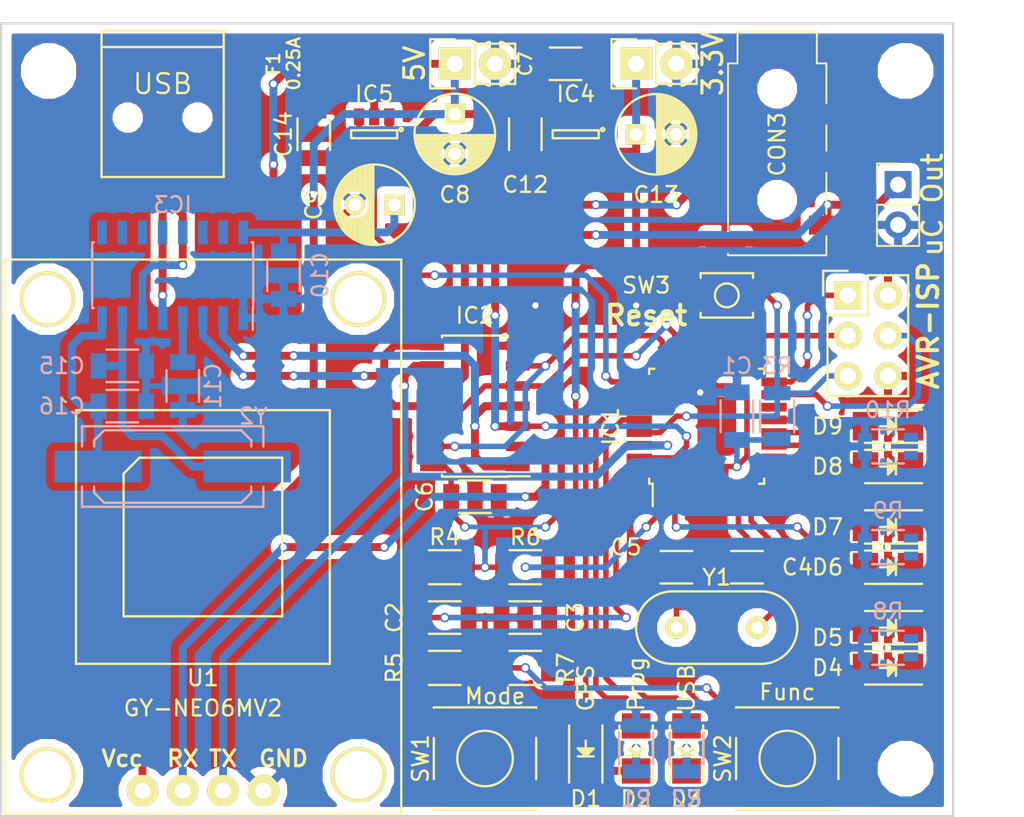
<source format=kicad_pcb>
(kicad_pcb (version 4) (host pcbnew 4.0.6)
  (layers (0 F.Cu signal) (31 B.Cu signal) (34 B.Paste user) (35 F.Paste user) (36 B.SilkS user) (37 F.SilkS user) (38 B.Mask user) (39 F.Mask user) (44 Edge.Cuts user))
  (net 0 "")
  (net 1 +5V)
  (net 2 GNDREF)
  (net 3 +3V3)
  (net 4 "Net-(C5-Pad1)")
  (net 5 /UART_VCC)
  (net 6 "Net-(CON1-Pad1)")
  (net 7 "Net-(CON1-Pad3)")
  (net 8 "Net-(CON1-Pad4)")
  (net 9 "Net-(CON2-Pad1)")
  (net 10 "Net-(CON2-Pad2)")
  (net 11 "Net-(CON2-Pad3)")
  (net 12 "Net-(D1-Pad2)")
  (net 13 "Net-(D2-Pad2)")
  (net 14 "Net-(D3-Pad2)")
  (net 15 "Net-(D4-Pad2)")
  (net 16 "Net-(D5-Pad2)")
  (net 17 "Net-(D6-Pad2)")
  (net 18 "Net-(D7-Pad2)")
  (net 19 "Net-(D8-Pad2)")
  (net 20 "Net-(D9-Pad2)")
  (net 21 /CONN_UART_TO_GPS)
  (net 22 /CONN_UART_TO_TRX)
  (net 23 /UART_TX)
  (net 24 /UART_RX)
  (net 25 /UART_ENA)
  (net 26 "Net-(C2-Pad2)")
  (net 27 "Net-(C3-Pad2)")
  (net 28 "Net-(C4-Pad1)")
  (net 29 "Net-(C11-Pad2)")
  (net 30 "Net-(C12-Pad1)")
  (net 31 "Net-(C14-Pad1)")
  (net 32 "Net-(C15-Pad1)")
  (net 33 "Net-(C16-Pad1)")
  (net 34 "Net-(CON2-Pad4)")
  (net 35 "Net-(IC1-Pad14)")
  (net 36 "Net-(IC1-Pad19)")
  (net 37 "Net-(IC1-Pad22)")
  (net 38 "Net-(IC3-Pad9)")
  (net 39 "Net-(IC3-Pad10)")
  (net 40 "Net-(IC3-Pad11)")
  (net 41 "Net-(IC3-Pad12)")
  (net 42 "Net-(IC3-Pad13)")
  (net 43 "Net-(IC3-Pad14)")
  (net 44 "Net-(IC3-Pad15)")
  (net 45 "Net-(D4-Pad1)")
  (net 46 "Net-(D6-Pad1)")
  (net 47 "Net-(D8-Pad1)")
  (net 48 "Net-(D1-Pad1)")
  (net 49 "Net-(R5-Pad2)")
  (net 50 "Net-(R7-Pad2)")
  (net 51 "Net-(D3-Pad1)")
  (net 52 /RESET)
  (net 53 /GPS_TX)
  (net 54 /TRX_RX)
  (net 55 /GPS_RX)
  (net 56 /TRX_TX)
  (module custom_kicad_footprints:GY-NEO6MV2_GPS (layer F.Cu) (at 132.715 112.395)
    (fp_text reference U1 (at 0 8.89) (layer F.SilkS))
    (fp_text value GY-NEO6MV2 (at 0 10.795) (layer F.SilkS))
    (fp_text user GND (at 5.08 13.97) (layer F.SilkS) (effects (font (thickness 0.2))))
    (fp_text user RX (at -1.27 13.97) (layer F.SilkS) (effects (font (thickness 0.2))))
    (fp_text user TX (at 1.27 13.97) (layer F.SilkS) (effects (font (thickness 0.2))))
    (fp_text user Vcc (at -5.08 13.97) (layer F.SilkS) (effects (font (thickness 0.2))))
    (pad 1 thru_hole circle (at -3.81 16) (size 2 2) (drill 1) (layers *.Cu *.Mask F.SilkS) (net 1 +5V))
    (pad 2 thru_hole circle (at -1.27 16) (size 2 2) (drill 1) (layers *.Cu *.Mask F.SilkS) (net 55 /GPS_RX))
    (pad 4 thru_hole circle (at 3.81 16) (size 2 2) (drill 1) (layers *.Cu *.Mask F.SilkS) (net 2 GNDREF))
    (pad "" np_thru_hole circle (at -9.8 -15) (size 3.5 3.5) (drill 3) (layers *.Cu *.Mask F.SilkS))
    (pad "" np_thru_hole circle (at 9.8 -15) (size 3.5 3.5) (drill 3) (layers *.Cu *.Mask F.SilkS))
    (pad "" np_thru_hole circle (at -9.8 15) (size 3.5 3.5) (drill 3) (layers *.Cu *.Mask F.SilkS))
    (pad "" np_thru_hole circle (at 9.8 15) (size 3.5 3.5) (drill 3) (layers *.Cu *.Mask F.SilkS))
    (pad 3 thru_hole circle (at 1.27 16) (size 2 2) (drill 1) (layers *.Cu *.Mask F.SilkS) (net 53 /GPS_TX))
  )
  (module Mounting_Holes:MountingHole_2.5mm (layer F.Cu) (at 177 83)
    (fp_text reference MH3 hide)
    (fp_text value 2.5mm hide)
    (pad 1 np_thru_hole circle (at 0 0) (size 2.5 2.5) (drill 2.5) (layers *.Cu *.Mask F.SilkS))
  )
  (module Mounting_Holes:MountingHole_2.5mm (layer F.Cu) (at 177 127)
    (fp_text reference MH4 hide)
    (fp_text value 2.5mm hide)
    (pad 1 np_thru_hole circle (at 0 0) (size 2.5 2.5) (drill 2.5) (layers *.Cu *.Mask F.SilkS))
  )
  (module Mounting_Holes:MountingHole_2.5mm (layer F.Cu) (at 123 83)
    (fp_text reference MH1 hide)
    (fp_text value 2.5mm hide)
    (pad 1 np_thru_hole circle (at 0 0) (size 2.5 2.5) (drill 2.5) (layers *.Cu *.Mask F.SilkS))
  )
  (module Pin_Headers:Pin_Header_Straight_2x03 (layer F.Cu) (at 173.355 97.155)
    (fp_text reference CON1 hide)
    (fp_text value AVR-ISP (at 5.08 1.905 90) (layer F.SilkS) (effects (font (size 1.25 1.25) (thickness 0.25))))
    (pad 1 thru_hole rect (at 0 0) (size 1.7272 1.7272) (drill 1.016) (layers *.Cu *.Mask F.SilkS) (net 6 "Net-(CON1-Pad1)"))
    (pad 2 thru_hole oval (at 2.54 0) (size 1.7272 1.7272) (drill 1.016) (layers *.Cu *.Mask F.SilkS) (net 3 +3V3))
    (pad 3 thru_hole oval (at 0 2.54) (size 1.7272 1.7272) (drill 1.016) (layers *.Cu *.Mask F.SilkS) (net 7 "Net-(CON1-Pad3)"))
    (pad 4 thru_hole oval (at 2.54 2.54) (size 1.7272 1.7272) (drill 1.016) (layers *.Cu *.Mask F.SilkS) (net 8 "Net-(CON1-Pad4)"))
    (pad 5 thru_hole oval (at 0 5.08) (size 1.7272 1.7272) (drill 1.016) (layers *.Cu *.Mask F.SilkS) (net 52 /RESET))
    (pad 6 thru_hole oval (at 2.54 5.08) (size 1.7272 1.7272) (drill 1.016) (layers *.Cu *.Mask F.SilkS) (net 2 GNDREF))
  )
  (module Connect:USB_Mini-B (layer F.Cu) (at 130.175 85.09 270)
    (fp_text reference CON2 hide)
    (fp_text value USB (at -1.27 0 360) (layer F.SilkS) (effects (font (size 1.25 1.25))))
    (pad 1 smd rect (at 3.44932 -1.6002 270) (size 2.30124 0.50038) (layers F.Cu F.Paste F.Mask) (net 9 "Net-(CON2-Pad1)"))
    (pad 2 smd rect (at 3.44932 -0.8001 270) (size 2.30124 0.50038) (layers F.Cu F.Paste F.Mask) (net 10 "Net-(CON2-Pad2)"))
    (pad 3 smd rect (at 3.44932 0 270) (size 2.30124 0.50038) (layers F.Cu F.Paste F.Mask) (net 11 "Net-(CON2-Pad3)"))
    (pad 4 smd rect (at 3.44932 0.8001 270) (size 2.30124 0.50038) (layers F.Cu F.Paste F.Mask) (net 34 "Net-(CON2-Pad4)"))
    (pad 5 smd rect (at 3.44932 1.6002 270) (size 2.30124 0.50038) (layers F.Cu F.Paste F.Mask) (net 2 GNDREF))
    (pad 6 smd rect (at 3.35026 -4.45008 270) (size 2.49936 1.99898) (layers F.Cu F.Paste F.Mask) (net 2 GNDREF))
    (pad 6 smd rect (at -2.14884 -4.45008 270) (size 2.49936 1.99898) (layers F.Cu F.Paste F.Mask) (net 2 GNDREF))
    (pad 6 smd rect (at 3.35026 4.45008 270) (size 2.49936 1.99898) (layers F.Cu F.Paste F.Mask) (net 2 GNDREF))
    (pad 6 smd rect (at -2.14884 4.45008 270) (size 2.49936 1.99898) (layers F.Cu F.Paste F.Mask) (net 2 GNDREF))
    (pad "" np_thru_hole circle (at 0.8509 -2.19964 270) (size 0.89916 0.89916) (drill 0.89916) (layers *.Cu *.Mask F.SilkS))
    (pad "" np_thru_hole circle (at 0.8509 2.19964 270) (size 0.89916 0.89916) (drill 0.89916) (layers *.Cu *.Mask F.SilkS))
  )
  (module LEDs:LED_1206 (layer F.Cu) (at 156.845 125.73 90)
    (fp_text reference D1 (at -3.175 0 360) (layer F.SilkS))
    (fp_text value GPS (at 3.81 0 270) (layer F.SilkS))
    (pad 2 smd rect (at 1.41986 0 270) (size 1.59766 1.80086) (layers F.Cu F.Paste F.Mask) (net 12 "Net-(D1-Pad2)"))
    (pad 1 smd rect (at -1.41986 0 270) (size 1.59766 1.80086) (layers F.Cu F.Paste F.Mask) (net 48 "Net-(D1-Pad1)"))
  )
  (module LEDs:LED_1206 (layer F.Cu) (at 160.02 125.73 90)
    (fp_text reference D2 (at -3.175 0 360) (layer F.SilkS))
    (fp_text value Prog (at 4.064 0 270) (layer F.SilkS))
    (pad 2 smd rect (at 1.41986 0 270) (size 1.59766 1.80086) (layers F.Cu F.Paste F.Mask) (net 13 "Net-(D2-Pad2)"))
    (pad 1 smd rect (at -1.41986 0 270) (size 1.59766 1.80086) (layers F.Cu F.Paste F.Mask) (net 48 "Net-(D1-Pad1)"))
  )
  (module LEDs:LED_1206 (layer F.Cu) (at 163.195 125.73 90)
    (fp_text reference D3 (at -3.175 0 360) (layer F.SilkS))
    (fp_text value USB (at 3.81 0 270) (layer F.SilkS))
    (pad 2 smd rect (at 1.41986 0 270) (size 1.59766 1.80086) (layers F.Cu F.Paste F.Mask) (net 14 "Net-(D3-Pad2)"))
    (pad 1 smd rect (at -1.41986 0 270) (size 1.59766 1.80086) (layers F.Cu F.Paste F.Mask) (net 51 "Net-(D3-Pad1)"))
  )
  (module LEDs:LED_1206 (layer F.Cu) (at 175.895 120.65 180)
    (fp_text reference D4 (at 3.81 0 180) (layer F.SilkS))
    (fp_text value Red)
    (pad 2 smd rect (at 1.41986 0) (size 1.59766 1.80086) (layers F.Cu F.Paste F.Mask) (net 15 "Net-(D4-Pad2)"))
    (pad 1 smd rect (at -1.41986 0) (size 1.59766 1.80086) (layers F.Cu F.Paste F.Mask) (net 45 "Net-(D4-Pad1)"))
  )
  (module LEDs:LED_1206 (layer F.Cu) (at 175.895 118.11 180)
    (fp_text reference D5 (at 3.81 -0.635 180) (layer F.SilkS))
    (fp_text value Green)
    (pad 2 smd rect (at 1.41986 0) (size 1.59766 1.80086) (layers F.Cu F.Paste F.Mask) (net 16 "Net-(D5-Pad2)"))
    (pad 1 smd rect (at -1.41986 0) (size 1.59766 1.80086) (layers F.Cu F.Paste F.Mask) (net 45 "Net-(D4-Pad1)"))
  )
  (module LEDs:LED_1206 (layer F.Cu) (at 175.895 114.3 180)
    (fp_text reference D6 (at 3.81 0 180) (layer F.SilkS))
    (fp_text value Red)
    (pad 2 smd rect (at 1.41986 0) (size 1.59766 1.80086) (layers F.Cu F.Paste F.Mask) (net 17 "Net-(D6-Pad2)"))
    (pad 1 smd rect (at -1.41986 0) (size 1.59766 1.80086) (layers F.Cu F.Paste F.Mask) (net 46 "Net-(D6-Pad1)"))
  )
  (module LEDs:LED_1206 (layer F.Cu) (at 175.895 111.76 180)
    (fp_text reference D7 (at 3.81 0 180) (layer F.SilkS))
    (fp_text value Green)
    (pad 2 smd rect (at 1.41986 0) (size 1.59766 1.80086) (layers F.Cu F.Paste F.Mask) (net 18 "Net-(D7-Pad2)"))
    (pad 1 smd rect (at -1.41986 0) (size 1.59766 1.80086) (layers F.Cu F.Paste F.Mask) (net 46 "Net-(D6-Pad1)"))
  )
  (module LEDs:LED_1206 (layer F.Cu) (at 175.895 107.95 180)
    (fp_text reference D8 (at 3.81 0 180) (layer F.SilkS))
    (fp_text value Red)
    (pad 2 smd rect (at 1.41986 0) (size 1.59766 1.80086) (layers F.Cu F.Paste F.Mask) (net 19 "Net-(D8-Pad2)"))
    (pad 1 smd rect (at -1.41986 0) (size 1.59766 1.80086) (layers F.Cu F.Paste F.Mask) (net 47 "Net-(D8-Pad1)"))
  )
  (module LEDs:LED_1206 (layer F.Cu) (at 175.895 105.41 180)
    (fp_text reference D9 (at 3.81 0 180) (layer F.SilkS))
    (fp_text value Green)
    (pad 2 smd rect (at 1.41986 0) (size 1.59766 1.80086) (layers F.Cu F.Paste F.Mask) (net 20 "Net-(D9-Pad2)"))
    (pad 1 smd rect (at -1.41986 0) (size 1.59766 1.80086) (layers F.Cu F.Paste F.Mask) (net 47 "Net-(D8-Pad1)"))
  )
  (module Housings_SOIC:SOIC-14_3.9x8.7mm_Pitch1.27mm (layer F.Cu) (at 149.86 104.14 180)
    (fp_text reference IC2 (at 0 5.715 180) (layer F.SilkS))
    (fp_text value 4066)
    (pad 1 smd rect (at -2.7 -3.81 180) (size 1.5 0.6) (layers F.Cu F.Paste F.Mask) (net 23 /UART_TX))
    (pad 2 smd rect (at -2.7 -2.54 180) (size 1.5 0.6) (layers F.Cu F.Paste F.Mask) (net 55 /GPS_RX))
    (pad 3 smd rect (at -2.7 -1.27 180) (size 1.5 0.6) (layers F.Cu F.Paste F.Mask) (net 54 /TRX_RX))
    (pad 4 smd rect (at -2.7 0 180) (size 1.5 0.6) (layers F.Cu F.Paste F.Mask) (net 23 /UART_TX))
    (pad 5 smd rect (at -2.7 1.27 180) (size 1.5 0.6) (layers F.Cu F.Paste F.Mask) (net 22 /CONN_UART_TO_TRX))
    (pad 6 smd rect (at -2.7 2.54 180) (size 1.5 0.6) (layers F.Cu F.Paste F.Mask) (net 21 /CONN_UART_TO_GPS))
    (pad 7 smd rect (at -2.7 3.81 180) (size 1.5 0.6) (layers F.Cu F.Paste F.Mask) (net 2 GNDREF))
    (pad 8 smd rect (at 2.7 3.81 180) (size 1.5 0.6) (layers F.Cu F.Paste F.Mask) (net 24 /UART_RX))
    (pad 9 smd rect (at 2.7 2.54 180) (size 1.5 0.6) (layers F.Cu F.Paste F.Mask) (net 53 /GPS_TX))
    (pad 10 smd rect (at 2.7 1.27 180) (size 1.5 0.6) (layers F.Cu F.Paste F.Mask) (net 56 /TRX_TX))
    (pad 11 smd rect (at 2.7 0 180) (size 1.5 0.6) (layers F.Cu F.Paste F.Mask) (net 24 /UART_RX))
    (pad 12 smd rect (at 2.7 -1.27 180) (size 1.5 0.6) (layers F.Cu F.Paste F.Mask) (net 22 /CONN_UART_TO_TRX))
    (pad 13 smd rect (at 2.7 -2.54 180) (size 1.5 0.6) (layers F.Cu F.Paste F.Mask) (net 21 /CONN_UART_TO_GPS))
    (pad 14 smd rect (at 2.7 -3.81 180) (size 1.5 0.6) (layers F.Cu F.Paste F.Mask) (net 3 +3V3))
  )
  (module Pin_Headers:Pin_Header_Straight_1x02 (layer F.Cu) (at 160.02 82.55 90)
    (fp_text reference P2 hide)
    (fp_text value 3.3V (at 0 4.826 270) (layer F.SilkS) (effects (font (size 1.25 1.25) (thickness 0.2))))
    (pad 1 thru_hole rect (at 0 0 90) (size 2.032 2.032) (drill 1.016) (layers *.Cu *.Mask F.SilkS) (net 3 +3V3))
    (pad 2 thru_hole oval (at 0 2.54 90) (size 2.032 2.032) (drill 1.016) (layers *.Cu *.Mask F.SilkS) (net 2 GNDREF))
  )
  (module Pin_Headers:Pin_Header_Straight_1x02 (layer F.Cu) (at 148.59 82.55 90)
    (fp_text reference P3 hide)
    (fp_text value 5V (at 0 -2.54 90) (layer F.SilkS) (effects (font (size 1.25 1.25) (thickness 0.2))))
    (pad 1 thru_hole rect (at 0 0 90) (size 2.032 2.032) (drill 1.016) (layers *.Cu *.Mask F.SilkS) (net 1 +5V))
    (pad 2 thru_hole oval (at 0 2.54 90) (size 2.032 2.032) (drill 1.016) (layers *.Cu *.Mask F.SilkS) (net 2 GNDREF))
  )
  (module Crystals:HC-49V (layer F.Cu) (at 167.64 118.11 180)
    (fp_text reference Y1 (at 2.54 3.175 180) (layer F.SilkS))
    (fp_text value 7.3728MHz)
    (pad 1 thru_hole circle (at 0 0 180) (size 1.4224 1.4224) (drill 0.762) (layers *.Cu *.Mask F.SilkS) (net 28 "Net-(C4-Pad1)"))
    (pad 2 thru_hole circle (at 5.08 0 180) (size 1.4224 1.4224) (drill 0.762) (layers *.Cu *.Mask F.SilkS) (net 4 "Net-(C5-Pad1)"))
  )
  (module Crystals:Q_49U3HMS (layer B.Cu) (at 130.81 107.95 180)
    (fp_text reference Y2 (at -5.08 3.175 180) (layer B.SilkS) (effects (justify mirror)))
    (fp_text value 12MHz)
    (pad 1 smd rect (at -4.699 0 180) (size 5.4991 1.99898) (layers B.Cu B.Paste B.Mask) (net 32 "Net-(C15-Pad1)"))
    (pad 2 smd rect (at 4.699 0 180) (size 5.4991 1.99898) (layers B.Cu B.Paste B.Mask) (net 33 "Net-(C16-Pad1)"))
  )
  (module Housings_QFP:TQFP-32_7x7mm_Pitch0.8mm (layer F.Cu) (at 164.465 105.41 90)
    (fp_text reference IC1 (at 0 -6.05 90) (layer F.SilkS))
    (fp_text value ATMEGA328P-A)
    (pad 1 smd rect (at -4.25 -2.8 90) (size 1.6 0.55) (layers F.Cu F.Paste F.Mask) (net 27 "Net-(C3-Pad2)"))
    (pad 2 smd rect (at -4.25 -2 90) (size 1.6 0.55) (layers F.Cu F.Paste F.Mask) (net 15 "Net-(D4-Pad2)"))
    (pad 3 smd rect (at -4.25 -1.2 90) (size 1.6 0.55) (layers F.Cu F.Paste F.Mask) (net 2 GNDREF))
    (pad 4 smd rect (at -4.25 -0.4 90) (size 1.6 0.55) (layers F.Cu F.Paste F.Mask) (net 3 +3V3))
    (pad 5 smd rect (at -4.25 0.4 90) (size 1.6 0.55) (layers F.Cu F.Paste F.Mask) (net 2 GNDREF))
    (pad 6 smd rect (at -4.25 1.2 90) (size 1.6 0.55) (layers F.Cu F.Paste F.Mask) (net 3 +3V3))
    (pad 7 smd rect (at -4.25 2 90) (size 1.6 0.55) (layers F.Cu F.Paste F.Mask) (net 4 "Net-(C5-Pad1)"))
    (pad 8 smd rect (at -4.25 2.8 90) (size 1.6 0.55) (layers F.Cu F.Paste F.Mask) (net 28 "Net-(C4-Pad1)"))
    (pad 9 smd rect (at -2.8 4.25 180) (size 1.6 0.55) (layers F.Cu F.Paste F.Mask) (net 16 "Net-(D5-Pad2)"))
    (pad 10 smd rect (at -2 4.25 180) (size 1.6 0.55) (layers F.Cu F.Paste F.Mask) (net 17 "Net-(D6-Pad2)"))
    (pad 11 smd rect (at -1.2 4.25 180) (size 1.6 0.55) (layers F.Cu F.Paste F.Mask) (net 18 "Net-(D7-Pad2)"))
    (pad 12 smd rect (at -0.4 4.25 180) (size 1.6 0.55) (layers F.Cu F.Paste F.Mask) (net 19 "Net-(D8-Pad2)"))
    (pad 13 smd rect (at 0.4 4.25 180) (size 1.6 0.55) (layers F.Cu F.Paste F.Mask) (net 20 "Net-(D9-Pad2)"))
    (pad 14 smd rect (at 1.2 4.25 180) (size 1.6 0.55) (layers F.Cu F.Paste F.Mask) (net 35 "Net-(IC1-Pad14)"))
    (pad 15 smd rect (at 2 4.25 180) (size 1.6 0.55) (layers F.Cu F.Paste F.Mask) (net 8 "Net-(CON1-Pad4)"))
    (pad 16 smd rect (at 2.8 4.25 180) (size 1.6 0.55) (layers F.Cu F.Paste F.Mask) (net 6 "Net-(CON1-Pad1)"))
    (pad 17 smd rect (at 4.25 2.8 90) (size 1.6 0.55) (layers F.Cu F.Paste F.Mask) (net 7 "Net-(CON1-Pad3)"))
    (pad 18 smd rect (at 4.25 2 90) (size 1.6 0.55) (layers F.Cu F.Paste F.Mask) (net 3 +3V3))
    (pad 19 smd rect (at 4.25 1.2 90) (size 1.6 0.55) (layers F.Cu F.Paste F.Mask) (net 36 "Net-(IC1-Pad19)"))
    (pad 20 smd rect (at 4.25 0.4 90) (size 1.6 0.55) (layers F.Cu F.Paste F.Mask) (net 3 +3V3))
    (pad 21 smd rect (at 4.25 -0.4 90) (size 1.6 0.55) (layers F.Cu F.Paste F.Mask) (net 2 GNDREF))
    (pad 22 smd rect (at 4.25 -1.2 90) (size 1.6 0.55) (layers F.Cu F.Paste F.Mask) (net 37 "Net-(IC1-Pad22)"))
    (pad 23 smd rect (at 4.25 -2 90) (size 1.6 0.55) (layers F.Cu F.Paste F.Mask) (net 22 /CONN_UART_TO_TRX))
    (pad 24 smd rect (at 4.25 -2.8 90) (size 1.6 0.55) (layers F.Cu F.Paste F.Mask) (net 21 /CONN_UART_TO_GPS))
    (pad 25 smd rect (at 2.8 -4.25 180) (size 1.6 0.55) (layers F.Cu F.Paste F.Mask) (net 25 /UART_ENA))
    (pad 26 smd rect (at 2 -4.25 180) (size 1.6 0.55) (layers F.Cu F.Paste F.Mask) (net 12 "Net-(D1-Pad2)"))
    (pad 27 smd rect (at 1.2 -4.25 180) (size 1.6 0.55) (layers F.Cu F.Paste F.Mask) (net 13 "Net-(D2-Pad2)"))
    (pad 28 smd rect (at 0.4 -4.25 180) (size 1.6 0.55) (layers F.Cu F.Paste F.Mask) (net 14 "Net-(D3-Pad2)"))
    (pad 29 smd rect (at -0.4 -4.25 180) (size 1.6 0.55) (layers F.Cu F.Paste F.Mask) (net 52 /RESET))
    (pad 30 smd rect (at -1.2 -4.25 180) (size 1.6 0.55) (layers F.Cu F.Paste F.Mask) (net 53 /GPS_TX))
    (pad 31 smd rect (at -2 -4.25 180) (size 1.6 0.55) (layers F.Cu F.Paste F.Mask) (net 54 /TRX_RX))
    (pad 32 smd rect (at -2.8 -4.25 180) (size 1.6 0.55) (layers F.Cu F.Paste F.Mask) (net 26 "Net-(C2-Pad2)"))
  )
  (module Housings_SOIC:SOIC-16_3.9x9.9mm_Pitch1.27mm (layer B.Cu) (at 130.81 95.885 90)
    (fp_text reference IC3 (at 4.445 0 180) (layer B.SilkS) (effects (justify mirror)))
    (fp_text value CH340G)
    (pad 1 smd rect (at -2.7 4.445 90) (size 1.5 0.6) (layers B.Cu B.Paste B.Mask) (net 2 GNDREF))
    (pad 2 smd rect (at -2.7 3.175 90) (size 1.5 0.6) (layers B.Cu B.Paste B.Mask) (net 23 /UART_TX))
    (pad 3 smd rect (at -2.7 1.905 90) (size 1.5 0.6) (layers B.Cu B.Paste B.Mask) (net 24 /UART_RX))
    (pad 4 smd rect (at -2.7 0.635 90) (size 1.5 0.6) (layers B.Cu B.Paste B.Mask) (net 29 "Net-(C11-Pad2)"))
    (pad 5 smd rect (at -2.7 -0.635 90) (size 1.5 0.6) (layers B.Cu B.Paste B.Mask) (net 11 "Net-(CON2-Pad3)"))
    (pad 6 smd rect (at -2.7 -1.905 90) (size 1.5 0.6) (layers B.Cu B.Paste B.Mask) (net 10 "Net-(CON2-Pad2)"))
    (pad 7 smd rect (at -2.7 -3.175 90) (size 1.5 0.6) (layers B.Cu B.Paste B.Mask) (net 32 "Net-(C15-Pad1)"))
    (pad 8 smd rect (at -2.7 -4.445 90) (size 1.5 0.6) (layers B.Cu B.Paste B.Mask) (net 33 "Net-(C16-Pad1)"))
    (pad 9 smd rect (at 2.7 -4.445 90) (size 1.5 0.6) (layers B.Cu B.Paste B.Mask) (net 38 "Net-(IC3-Pad9)"))
    (pad 10 smd rect (at 2.7 -3.175 90) (size 1.5 0.6) (layers B.Cu B.Paste B.Mask) (net 39 "Net-(IC3-Pad10)"))
    (pad 11 smd rect (at 2.7 -1.905 90) (size 1.5 0.6) (layers B.Cu B.Paste B.Mask) (net 40 "Net-(IC3-Pad11)"))
    (pad 12 smd rect (at 2.7 -0.635 90) (size 1.5 0.6) (layers B.Cu B.Paste B.Mask) (net 41 "Net-(IC3-Pad12)"))
    (pad 13 smd rect (at 2.7 0.635 90) (size 1.5 0.6) (layers B.Cu B.Paste B.Mask) (net 42 "Net-(IC3-Pad13)"))
    (pad 14 smd rect (at 2.7 1.905 90) (size 1.5 0.6) (layers B.Cu B.Paste B.Mask) (net 43 "Net-(IC3-Pad14)"))
    (pad 15 smd rect (at 2.7 3.175 90) (size 1.5 0.6) (layers B.Cu B.Paste B.Mask) (net 44 "Net-(IC3-Pad15)"))
    (pad 16 smd rect (at 2.7 4.445 90) (size 1.5 0.6) (layers B.Cu B.Paste B.Mask) (net 5 /UART_VCC))
  )
  (module TO_SOT_Packages_SMD:SOT-23-5 (layer F.Cu) (at 156.21 86.995 270)
    (fp_text reference IC4 (at -2.54 0 360) (layer F.SilkS))
    (fp_text value MIC5205-3.3BM5)
    (pad 1 smd rect (at -1.1 -0.95 270) (size 1.06 0.65) (layers F.Cu F.Paste F.Mask) (net 1 +5V))
    (pad 2 smd rect (at -1.1 0 270) (size 1.06 0.65) (layers F.Cu F.Paste F.Mask) (net 2 GNDREF))
    (pad 3 smd rect (at -1.1 0.95 270) (size 1.06 0.65) (layers F.Cu F.Paste F.Mask) (net 1 +5V))
    (pad 4 smd rect (at 1.1 0.95 270) (size 1.06 0.65) (layers F.Cu F.Paste F.Mask) (net 30 "Net-(C12-Pad1)"))
    (pad 5 smd rect (at 1.1 -0.95 270) (size 1.06 0.65) (layers F.Cu F.Paste F.Mask) (net 3 +3V3))
  )
  (module TO_SOT_Packages_SMD:SOT-23-5 (layer F.Cu) (at 143.51 86.995 270)
    (fp_text reference IC5 (at -2.54 0 540) (layer F.SilkS))
    (fp_text value MIC5205-3.3BM5)
    (pad 1 smd rect (at -1.1 -0.95 270) (size 1.06 0.65) (layers F.Cu F.Paste F.Mask) (net 1 +5V))
    (pad 2 smd rect (at -1.1 0 270) (size 1.06 0.65) (layers F.Cu F.Paste F.Mask) (net 2 GNDREF))
    (pad 3 smd rect (at -1.1 0.95 270) (size 1.06 0.65) (layers F.Cu F.Paste F.Mask) (net 25 /UART_ENA))
    (pad 4 smd rect (at 1.1 0.95 270) (size 1.06 0.65) (layers F.Cu F.Paste F.Mask) (net 31 "Net-(C14-Pad1)"))
    (pad 5 smd rect (at 1.1 -0.95 270) (size 1.06 0.65) (layers F.Cu F.Paste F.Mask) (net 5 /UART_VCC))
  )
  (module Capacitors_ThroughHole:C_Radial_D5_L6_P2.5 (layer F.Cu) (at 148.59 85.725 270)
    (fp_text reference C8 (at 5.08 0 360) (layer F.SilkS))
    (fp_text value 22uF)
    (pad 1 thru_hole rect (at 0 0 270) (size 1.3 1.3) (drill 0.8) (layers *.Cu *.Mask F.SilkS) (net 1 +5V))
    (pad 2 thru_hole circle (at 2.5 0 270) (size 1.3 1.3) (drill 0.8) (layers *.Cu *.Mask F.SilkS) (net 2 GNDREF))
  )
  (module Capacitors_ThroughHole:C_Radial_D5_L6_P2.5 (layer F.Cu) (at 144.78 91.44 180)
    (fp_text reference C9 (at 5.08 0 270) (layer F.SilkS))
    (fp_text value 22uF)
    (pad 1 thru_hole rect (at 0 0 180) (size 1.3 1.3) (drill 0.8) (layers *.Cu *.Mask F.SilkS) (net 5 /UART_VCC))
    (pad 2 thru_hole circle (at 2.5 0 180) (size 1.3 1.3) (drill 0.8) (layers *.Cu *.Mask F.SilkS) (net 2 GNDREF))
  )
  (module Capacitors_ThroughHole:C_Radial_D5_L6_P2.5 (layer F.Cu) (at 160.02 86.995)
    (fp_text reference C13 (at 1.27 3.81) (layer F.SilkS))
    (fp_text value 47uF)
    (pad 1 thru_hole rect (at 0 0) (size 1.3 1.3) (drill 0.8) (layers *.Cu *.Mask F.SilkS) (net 3 +3V3))
    (pad 2 thru_hole circle (at 2.5 0) (size 1.3 1.3) (drill 0.8) (layers *.Cu *.Mask F.SilkS) (net 2 GNDREF))
  )
  (module Capacitors_SMD:C_1206 (layer B.Cu) (at 166.37 104.775 270)
    (fp_text reference C1 (at -3.175 0 540) (layer B.SilkS) (effects (justify mirror)))
    (fp_text value 0.1uF)
    (pad 1 smd rect (at -1.5 0 270) (size 1 1.6) (layers B.Cu B.Paste B.Mask) (net 2 GNDREF))
    (pad 2 smd rect (at 1.5 0 270) (size 1 1.6) (layers B.Cu B.Paste B.Mask) (net 3 +3V3))
  )
  (module Capacitors_SMD:C_1206 (layer F.Cu) (at 147.955 117.475 180)
    (fp_text reference C2 (at 3.175 0 270) (layer F.SilkS))
    (fp_text value 0.47uF)
    (pad 1 smd rect (at -1.5 0 180) (size 1 1.6) (layers F.Cu F.Paste F.Mask) (net 2 GNDREF))
    (pad 2 smd rect (at 1.5 0 180) (size 1 1.6) (layers F.Cu F.Paste F.Mask) (net 26 "Net-(C2-Pad2)"))
  )
  (module Capacitors_SMD:C_1206 (layer F.Cu) (at 153.035 117.475)
    (fp_text reference C3 (at 3.175 0 90) (layer F.SilkS))
    (fp_text value 0.47uF)
    (pad 1 smd rect (at -1.5 0) (size 1 1.6) (layers F.Cu F.Paste F.Mask) (net 2 GNDREF))
    (pad 2 smd rect (at 1.5 0) (size 1 1.6) (layers F.Cu F.Paste F.Mask) (net 27 "Net-(C3-Pad2)"))
  )
  (module Capacitors_SMD:C_1206 (layer F.Cu) (at 167.005 114.3 180)
    (fp_text reference C4 (at -3.175 0 360) (layer F.SilkS))
    (fp_text value 22pF)
    (pad 1 smd rect (at -1.5 0 180) (size 1 1.6) (layers F.Cu F.Paste F.Mask) (net 28 "Net-(C4-Pad1)"))
    (pad 2 smd rect (at 1.5 0 180) (size 1 1.6) (layers F.Cu F.Paste F.Mask) (net 2 GNDREF))
  )
  (module Capacitors_SMD:C_1206 (layer F.Cu) (at 162.56 114.3)
    (fp_text reference C5 (at -3.175 -1.27) (layer F.SilkS))
    (fp_text value 22pF)
    (pad 1 smd rect (at -1.5 0) (size 1 1.6) (layers F.Cu F.Paste F.Mask) (net 4 "Net-(C5-Pad1)"))
    (pad 2 smd rect (at 1.5 0) (size 1 1.6) (layers F.Cu F.Paste F.Mask) (net 2 GNDREF))
  )
  (module Capacitors_SMD:C_1206 (layer F.Cu) (at 149.86 109.855 180)
    (fp_text reference C6 (at 3.175 0 270) (layer F.SilkS))
    (fp_text value 0.1uF)
    (pad 1 smd rect (at -1.5 0 180) (size 1 1.6) (layers F.Cu F.Paste F.Mask) (net 2 GNDREF))
    (pad 2 smd rect (at 1.5 0 180) (size 1 1.6) (layers F.Cu F.Paste F.Mask) (net 3 +3V3))
  )
  (module Capacitors_SMD:C_1206 (layer F.Cu) (at 155.575 82.55 180)
    (fp_text reference C7 (at 2.54 0 270) (layer F.SilkS) (effects (font (size 0.8 0.8))))
    (fp_text value 0.1uF)
    (pad 1 smd rect (at -1.5 0 180) (size 1 1.6) (layers F.Cu F.Paste F.Mask) (net 1 +5V))
    (pad 2 smd rect (at 1.5 0 180) (size 1 1.6) (layers F.Cu F.Paste F.Mask) (net 2 GNDREF))
  )
  (module Capacitors_SMD:C_1206 (layer B.Cu) (at 137.795 95.885 90)
    (fp_text reference C10 (at 0 2.3 90) (layer B.SilkS) (effects (justify mirror)))
    (fp_text value 0.1uF)
    (pad 1 smd rect (at -1.5 0 90) (size 1 1.6) (layers B.Cu B.Paste B.Mask) (net 2 GNDREF))
    (pad 2 smd rect (at 1.5 0 90) (size 1 1.6) (layers B.Cu B.Paste B.Mask) (net 5 /UART_VCC))
  )
  (module Capacitors_SMD:C_1206 (layer B.Cu) (at 131.445 102.87 90)
    (fp_text reference C11 (at 0 1.905 90) (layer B.SilkS) (effects (justify mirror)))
    (fp_text value 0.01uF)
    (pad 1 smd rect (at -1.5 0 90) (size 1 1.6) (layers B.Cu B.Paste B.Mask) (net 2 GNDREF))
    (pad 2 smd rect (at 1.5 0 90) (size 1 1.6) (layers B.Cu B.Paste B.Mask) (net 29 "Net-(C11-Pad2)"))
  )
  (module Capacitors_SMD:C_1206 (layer F.Cu) (at 153.035 86.995 90)
    (fp_text reference C12 (at -3.175 0 180) (layer F.SilkS))
    (fp_text value 470pF)
    (pad 1 smd rect (at -1.5 0 90) (size 1 1.6) (layers F.Cu F.Paste F.Mask) (net 30 "Net-(C12-Pad1)"))
    (pad 2 smd rect (at 1.5 0 90) (size 1 1.6) (layers F.Cu F.Paste F.Mask) (net 2 GNDREF))
  )
  (module Capacitors_SMD:C_1206 (layer F.Cu) (at 139.7 86.995 90)
    (fp_text reference C14 (at 0 -1.905 90) (layer F.SilkS))
    (fp_text value 470pF)
    (pad 1 smd rect (at -1.5 0 90) (size 1 1.6) (layers F.Cu F.Paste F.Mask) (net 31 "Net-(C14-Pad1)"))
    (pad 2 smd rect (at 1.5 0 90) (size 1 1.6) (layers F.Cu F.Paste F.Mask) (net 2 GNDREF))
  )
  (module Capacitors_SMD:C_1206 (layer B.Cu) (at 127.635 101.6)
    (fp_text reference C15 (at -3.81 0) (layer B.SilkS) (effects (justify mirror)))
    (fp_text value 22pF)
    (pad 1 smd rect (at -1.5 0) (size 1 1.6) (layers B.Cu B.Paste B.Mask) (net 32 "Net-(C15-Pad1)"))
    (pad 2 smd rect (at 1.5 0) (size 1 1.6) (layers B.Cu B.Paste B.Mask) (net 2 GNDREF))
  )
  (module Capacitors_SMD:C_1206 (layer B.Cu) (at 127.635 104.14)
    (fp_text reference C16 (at -3.81 0) (layer B.SilkS) (effects (justify mirror)))
    (fp_text value 22pF)
    (pad 1 smd rect (at -1.5 0) (size 1 1.6) (layers B.Cu B.Paste B.Mask) (net 33 "Net-(C16-Pad1)"))
    (pad 2 smd rect (at 1.5 0) (size 1 1.6) (layers B.Cu B.Paste B.Mask) (net 2 GNDREF))
  )
  (module Fuse_Holders_and_Fuses:Fuse_SMD1206_Wave (layer F.Cu) (at 141.605 82.55)
    (fp_text reference F1 (at -4.445 0 90) (layer F.SilkS) (effects (font (size 0.8 0.8))))
    (fp_text value 0.25A (at -3.175 0 270) (layer F.SilkS) (effects (font (size 0.8 0.8))))
    (pad 1 smd rect (at -1.58496 0 90) (size 2.02946 1.651) (layers F.Cu F.Paste F.Mask) (net 9 "Net-(CON2-Pad1)"))
    (pad 2 smd rect (at 1.58496 0 90) (size 2.02946 1.651) (layers F.Cu F.Paste F.Mask) (net 1 +5V))
  )
  (module Resistors_SMD:R_1206 (layer B.Cu) (at 160.02 125.73 90)
    (fp_text reference R1 (at -3.175 0 360) (layer B.SilkS) (effects (justify mirror)))
    (fp_text value 1K)
    (pad 1 smd rect (at -1.45 0 90) (size 0.9 1.7) (layers B.Cu B.Paste B.Mask) (net 48 "Net-(D1-Pad1)"))
    (pad 2 smd rect (at 1.45 0 90) (size 0.9 1.7) (layers B.Cu B.Paste B.Mask) (net 2 GNDREF))
  )
  (module Resistors_SMD:R_1206 (layer B.Cu) (at 163.195 125.73 90)
    (fp_text reference R2 (at -3.175 0 360) (layer B.SilkS) (effects (justify mirror)))
    (fp_text value 1K)
    (pad 1 smd rect (at -1.45 0 90) (size 0.9 1.7) (layers B.Cu B.Paste B.Mask) (net 51 "Net-(D3-Pad1)"))
    (pad 2 smd rect (at 1.45 0 90) (size 0.9 1.7) (layers B.Cu B.Paste B.Mask) (net 2 GNDREF))
  )
  (module Resistors_SMD:R_1206 (layer B.Cu) (at 168.91 104.775 270)
    (fp_text reference R3 (at -3.175 0 360) (layer B.SilkS) (effects (justify mirror)))
    (fp_text value 10K)
    (pad 1 smd rect (at -1.45 0 270) (size 0.9 1.7) (layers B.Cu B.Paste B.Mask) (net 52 /RESET))
    (pad 2 smd rect (at 1.45 0 270) (size 0.9 1.7) (layers B.Cu B.Paste B.Mask) (net 3 +3V3))
  )
  (module Resistors_SMD:R_1206 (layer F.Cu) (at 147.955 114.3 180)
    (fp_text reference R4 (at 0 1.905 360) (layer F.SilkS))
    (fp_text value 10K)
    (pad 1 smd rect (at -1.45 0 180) (size 0.9 1.7) (layers F.Cu F.Paste F.Mask) (net 3 +3V3))
    (pad 2 smd rect (at 1.45 0 180) (size 0.9 1.7) (layers F.Cu F.Paste F.Mask) (net 26 "Net-(C2-Pad2)"))
  )
  (module Resistors_SMD:R_1206 (layer F.Cu) (at 147.955 120.65)
    (fp_text reference R5 (at -3.175 0 90) (layer F.SilkS))
    (fp_text value 470)
    (pad 1 smd rect (at -1.45 0) (size 0.9 1.7) (layers F.Cu F.Paste F.Mask) (net 26 "Net-(C2-Pad2)"))
    (pad 2 smd rect (at 1.45 0) (size 0.9 1.7) (layers F.Cu F.Paste F.Mask) (net 49 "Net-(R5-Pad2)"))
  )
  (module Resistors_SMD:R_1206 (layer F.Cu) (at 153.035 114.3)
    (fp_text reference R6 (at 0 -1.905 180) (layer F.SilkS))
    (fp_text value 10K)
    (pad 1 smd rect (at -1.45 0) (size 0.9 1.7) (layers F.Cu F.Paste F.Mask) (net 3 +3V3))
    (pad 2 smd rect (at 1.45 0) (size 0.9 1.7) (layers F.Cu F.Paste F.Mask) (net 27 "Net-(C3-Pad2)"))
  )
  (module Resistors_SMD:R_1206 (layer F.Cu) (at 153.035 120.65 180)
    (fp_text reference R7 (at -2.54 0 270) (layer F.SilkS))
    (fp_text value 470)
    (pad 1 smd rect (at -1.45 0 180) (size 0.9 1.7) (layers F.Cu F.Paste F.Mask) (net 27 "Net-(C3-Pad2)"))
    (pad 2 smd rect (at 1.45 0 180) (size 0.9 1.7) (layers F.Cu F.Paste F.Mask) (net 50 "Net-(R7-Pad2)"))
  )
  (module Resistors_SMD:R_1206 (layer B.Cu) (at 175.895 119.38 180)
    (fp_text reference R8 (at 0 2.3 180) (layer B.SilkS) (effects (justify mirror)))
    (fp_text value 1K)
    (pad 1 smd rect (at -1.45 0 180) (size 0.9 1.7) (layers B.Cu B.Paste B.Mask) (net 45 "Net-(D4-Pad1)"))
    (pad 2 smd rect (at 1.45 0 180) (size 0.9 1.7) (layers B.Cu B.Paste B.Mask) (net 2 GNDREF))
  )
  (module Resistors_SMD:R_1206 (layer B.Cu) (at 175.895 113.03 180)
    (fp_text reference R9 (at 0 2.3 180) (layer B.SilkS) (effects (justify mirror)))
    (fp_text value 1K)
    (pad 1 smd rect (at -1.45 0 180) (size 0.9 1.7) (layers B.Cu B.Paste B.Mask) (net 46 "Net-(D6-Pad1)"))
    (pad 2 smd rect (at 1.45 0 180) (size 0.9 1.7) (layers B.Cu B.Paste B.Mask) (net 2 GNDREF))
  )
  (module Resistors_SMD:R_1206 (layer B.Cu) (at 175.895 106.68 180)
    (fp_text reference R10 (at 0 2.3 180) (layer B.SilkS) (effects (justify mirror)))
    (fp_text value 1K)
    (pad 1 smd rect (at -1.45 0 180) (size 0.9 1.7) (layers B.Cu B.Paste B.Mask) (net 47 "Net-(D8-Pad1)"))
    (pad 2 smd rect (at 1.45 0 180) (size 0.9 1.7) (layers B.Cu B.Paste B.Mask) (net 2 GNDREF))
  )
  (module Buttons_Switches_SMD:SW_SPST_B3U-1000P (layer F.Cu) (at 165.735 97.155)
    (fp_text reference SW3 (at -5.08 -0.635) (layer F.SilkS))
    (fp_text value Reset (at -5.08 1.27) (layer F.SilkS) (effects (font (size 1.25 1.25) (thickness 0.25))))
    (pad 1 smd rect (at -1.7 0) (size 0.9 1.7) (layers F.Cu F.Paste F.Mask) (net 2 GNDREF))
    (pad 2 smd rect (at 1.7 0) (size 0.9 1.7) (layers F.Cu F.Paste F.Mask) (net 52 /RESET))
  )
  (module Buttons_Switches_SMD:SW_SPST_PTS645 (layer F.Cu) (at 150.495 126.365)
    (fp_text reference SW1 (at -4.064 0 90) (layer F.SilkS))
    (fp_text value Mode (at 0.635 -3.937) (layer F.SilkS))
    (pad 2 smd rect (at -3.975 2.25) (size 1.55 1.3) (layers F.Cu F.Paste F.Mask) (net 2 GNDREF))
    (pad 1 smd rect (at -3.975 -2.25) (size 1.55 1.3) (layers F.Cu F.Paste F.Mask) (net 49 "Net-(R5-Pad2)"))
    (pad 1 smd rect (at 3.975 -2.25) (size 1.55 1.3) (layers F.Cu F.Paste F.Mask) (net 49 "Net-(R5-Pad2)"))
    (pad 2 smd rect (at 3.975 2.25) (size 1.55 1.3) (layers F.Cu F.Paste F.Mask) (net 2 GNDREF))
  )
  (module Buttons_Switches_SMD:SW_SPST_PTS645 (layer F.Cu) (at 169.545 126.365)
    (fp_text reference SW2 (at -4.064 0 90) (layer F.SilkS))
    (fp_text value Func (at 0 -4.191) (layer F.SilkS))
    (pad 2 smd rect (at -3.975 2.25) (size 1.55 1.3) (layers F.Cu F.Paste F.Mask) (net 2 GNDREF))
    (pad 1 smd rect (at -3.975 -2.25) (size 1.55 1.3) (layers F.Cu F.Paste F.Mask) (net 50 "Net-(R7-Pad2)"))
    (pad 1 smd rect (at 3.975 -2.25) (size 1.55 1.3) (layers F.Cu F.Paste F.Mask) (net 50 "Net-(R7-Pad2)"))
    (pad 2 smd rect (at 3.975 2.25) (size 1.55 1.3) (layers F.Cu F.Paste F.Mask) (net 2 GNDREF))
  )
  (module Connect:PJ320D_3.5mm_Jack (layer F.Cu) (at 168.91 88.9 270)
    (fp_text reference CON3 (at -1.27 0 270) (layer F.SilkS))
    (fp_text value VX-8)
    (pad 4 smd rect (at 4.925 3.25 270) (size 1.2 2.5) (layers F.Cu F.Paste F.Mask) (net 2 GNDREF))
    (pad 1 smd rect (at 3.825 -3.25 270) (size 1.2 2.5) (layers F.Cu F.Paste F.Mask) (net 54 /TRX_RX))
    (pad 2 smd rect (at -0.175 -3.25 270) (size 1.2 2.5) (layers F.Cu F.Paste F.Mask) (net 56 /TRX_TX))
    (pad 3 smd rect (at -3.175 -3.25 270) (size 1.2 2.5) (layers F.Cu F.Paste F.Mask) (net 2 GNDREF))
    (pad "" np_thru_hole circle (at -4.775 0 270) (size 1.5 1.5) (drill 1.5) (layers *.Cu *.Mask))
    (pad "" np_thru_hole circle (at 2.225 0 270) (size 1.5 1.5) (drill 1.5) (layers *.Cu *.Mask))
  )
  (module Pin_Headers:Pin_Header_Straight_1x02_Pitch2.54mm (layer F.Cu) (at 176.53 90.17)
    (fp_text reference P1 hide)
    (fp_text value "uC Out" (at 2.159 1.27 90) (layer F.SilkS) (effects (font (size 1.25 1.25) (thickness 0.2))))
    (pad 1 thru_hole rect (at 0 0) (size 1.7 1.7) (drill 1) (layers *.Cu *.Mask) (net 54 /TRX_RX))
    (pad 2 thru_hole oval (at 0 2.54) (size 1.7 1.7) (drill 1) (layers *.Cu *.Mask) (net 2 GNDREF))
  )
  (gr_line (start 180 80) (end 180 130) (angle 90) (layer Edge.Cuts) (width 0.15))
  (gr_line (start 120 130) (end 180 130) (angle 90) (layer Edge.Cuts) (width 0.15))
  (gr_line (start 120 80) (end 120 130) (angle 90) (layer Edge.Cuts) (width 0.15))
  (gr_line (start 120 80) (end 180 80) (angle 90) (layer Edge.Cuts) (width 0.15))
  (segment (start 148.59 82.55) (end 143.18996 82.55) (width 0.5) (layer F.Cu) (net 1))
  (segment (start 144.46 85.895) (end 144.46 86.675) (width 0.5) (layer F.Cu) (net 1))
  (segment (start 147.32 85.725) (end 148.59 85.725) (width 0.5) (layer F.Cu) (net 1))
  (segment (start 146.05 86.995) (end 147.32 85.725) (width 0.5) (layer F.Cu) (net 1))
  (segment (start 144.78 86.995) (end 146.05 86.995) (width 0.5) (layer F.Cu) (net 1))
  (segment (start 144.46 86.675) (end 144.78 86.995) (width 0.5) (layer F.Cu) (net 1))
  (segment (start 155.26 85.895) (end 155.26 86.995) (width 0.5) (layer F.Cu) (net 1))
  (segment (start 148.59 85.725) (end 149.86 85.725) (width 0.5) (layer F.Cu) (net 1))
  (segment (start 157.16 86.68) (end 157.16 85.895) (width 0.5) (layer F.Cu) (net 1))
  (segment (start 156.845 86.995) (end 157.16 86.68) (width 0.5) (layer F.Cu) (net 1))
  (segment (start 156.21 86.995) (end 156.845 86.995) (width 0.5) (layer F.Cu) (net 1))
  (segment (start 151.13 86.995) (end 155.26 86.995) (width 0.5) (layer F.Cu) (net 1))
  (segment (start 155.26 86.995) (end 156.21 86.995) (width 0.5) (layer F.Cu) (net 1))
  (segment (start 149.86 85.725) (end 151.13 86.995) (width 0.5) (layer F.Cu) (net 1))
  (segment (start 157.16 85.895) (end 157.16 82.635) (width 0.5) (layer F.Cu) (net 1))
  (segment (start 157.16 82.635) (end 157.075 82.55) (width 0.5) (layer F.Cu) (net 1))
  (segment (start 148.59 85.725) (end 141.605 85.725) (width 0.5) (layer B.Cu) (net 1))
  (segment (start 148.59 82.55) (end 148.59 85.725) (width 0.5) (layer B.Cu) (net 1))
  (segment (start 139.7 90.805) (end 139.7 107.95) (width 0.5) (layer F.Cu) (net 1))
  (segment (start 128.905 118.745) (end 128.905 128.395) (width 0.5) (layer F.Cu) (net 1))
  (segment (start 139.7 107.95) (end 128.905 118.745) (width 0.5) (layer F.Cu) (net 1))
  (via (at 139.7 90.805) (size 0.6) (drill 0.4) (layers F.Cu B.Cu) (net 1))
  (segment (start 139.7 87.63) (end 139.7 90.805) (width 0.5) (layer B.Cu) (net 1))
  (segment (start 141.605 85.725) (end 139.7 87.63) (width 0.5) (layer B.Cu) (net 1))
  (segment (start 135.255 98.585) (end 137.795 98.585) (width 0.35) (layer B.Cu) (net 2))
  (segment (start 137.795 97.385) (end 137.795 98.585) (width 0.35) (layer B.Cu) (net 2))
  (segment (start 129.135 102.87) (end 131.445 102.87) (width 0.35) (layer B.Cu) (net 2))
  (segment (start 131.445 102.87) (end 131.445 104.37) (width 0.35) (layer B.Cu) (net 2))
  (segment (start 129.135 101.6) (end 129.135 102.87) (width 0.35) (layer B.Cu) (net 2))
  (segment (start 129.135 102.87) (end 129.135 104.14) (width 0.35) (layer B.Cu) (net 2))
  (segment (start 143.51 85.895) (end 143.51 84.455) (width 0.5) (layer F.Cu) (net 2))
  (segment (start 156.21 85.895) (end 156.21 84.455) (width 0.5) (layer F.Cu) (net 2))
  (segment (start 153.67 97.79) (end 154.305 97.79) (width 0.35) (layer F.Cu) (net 2))
  (segment (start 153.67 100.33) (end 154.305 100.33) (width 0.35) (layer F.Cu) (net 2))
  (segment (start 154.305 100.33) (end 154.94 99.695) (width 0.35) (layer F.Cu) (net 2))
  (segment (start 154.94 99.695) (end 154.94 98.425) (width 0.35) (layer F.Cu) (net 2))
  (via (at 153.67 97.79) (size 0.6) (drill 0.4) (layers F.Cu B.Cu) (net 2))
  (segment (start 153.67 100.33) (end 152.56 100.33) (width 0.35) (layer F.Cu) (net 2))
  (segment (start 154.305 97.79) (end 154.94 98.425) (width 0.35) (layer F.Cu) (net 2))
  (segment (start 164.035 97.155) (end 160.655 97.155) (width 0.35) (layer F.Cu) (net 2))
  (via (at 160.02 97.79) (size 0.6) (drill 0.4) (layers F.Cu B.Cu) (net 2))
  (segment (start 160.655 97.155) (end 160.02 97.79) (width 0.35) (layer F.Cu) (net 2))
  (segment (start 150.495 121.92) (end 150.495 117.475) (width 0.35) (layer F.Cu) (net 2))
  (segment (start 149.455 117.475) (end 150.495 117.475) (width 0.35) (layer F.Cu) (net 2))
  (segment (start 150.495 117.475) (end 151.535 117.475) (width 0.35) (layer F.Cu) (net 2))
  (segment (start 164.065 103.2764) (end 164.065 107.08) (width 0.35) (layer F.Cu) (net 2))
  (via (at 164.0586 103.2764) (size 0.6) (drill 0.4) (layers F.Cu B.Cu) (net 2))
  (segment (start 164.065 101.16) (end 164.065 103.2764) (width 0.35) (layer F.Cu) (net 2))
  (segment (start 163.265 107.88) (end 163.83 107.315) (width 0.35) (layer F.Cu) (net 2))
  (segment (start 163.265 107.88) (end 163.265 109.66) (width 0.35) (layer F.Cu) (net 2))
  (segment (start 164.065 107.08) (end 163.83 107.315) (width 0.35) (layer F.Cu) (net 2))
  (segment (start 164.065 101.16) (end 164.065 99.295) (width 0.35) (layer F.Cu) (net 2))
  (segment (start 164.865 109.66) (end 164.865 111.233) (width 0.35) (layer F.Cu) (net 2))
  (segment (start 163.265 109.66) (end 163.265 111.195) (width 0.35) (layer F.Cu) (net 2))
  (segment (start 166.37 103.275) (end 164.06 103.275) (width 0.3) (layer B.Cu) (net 2))
  (segment (start 160.02 86.995) (end 160.02 82.55) (width 0.5) (layer B.Cu) (net 3))
  (segment (start 160.02 95.25) (end 156.845 95.25) (width 0.5) (layer F.Cu) (net 3))
  (via (at 154.305 111.76) (size 0.6) (drill 0.4) (layers F.Cu B.Cu) (net 3))
  (segment (start 154.305 111.76) (end 150.495 111.76) (width 0.3) (layer B.Cu) (net 3))
  (segment (start 156.845 95.25) (end 156.21 95.885) (width 0.5) (layer F.Cu) (net 3))
  (segment (start 156.21 95.885) (end 156.21 97.79) (width 0.5) (layer F.Cu) (net 3))
  (via (at 156.21 97.79) (size 0.6) (drill 0.4) (layers F.Cu B.Cu) (net 3))
  (segment (start 156.21 97.79) (end 156.21 103.505) (width 0.5) (layer B.Cu) (net 3))
  (via (at 156.21 103.505) (size 0.6) (drill 0.4) (layers F.Cu B.Cu) (net 3))
  (segment (start 156.21 109.855) (end 154.305 111.76) (width 0.35) (layer F.Cu) (net 3))
  (segment (start 156.21 103.505) (end 156.21 109.855) (width 0.35) (layer F.Cu) (net 3))
  (segment (start 165.735 95.25) (end 160.02 95.25) (width 0.5) (layer F.Cu) (net 3))
  (segment (start 160.02 95.25) (end 160.02 88.095) (width 0.5) (layer F.Cu) (net 3))
  (segment (start 160.02 86.995) (end 160.02 88.095) (width 0.5) (layer F.Cu) (net 3))
  (segment (start 157.16 88.095) (end 160.02 88.095) (width 0.5) (layer F.Cu) (net 3))
  (segment (start 148.36 109.855) (end 148.36 110.895) (width 0.35) (layer F.Cu) (net 3))
  (segment (start 149.225 111.76) (end 150.495 111.76) (width 0.3) (layer B.Cu) (net 3))
  (via (at 149.225 111.76) (size 0.6) (drill 0.4) (layers F.Cu B.Cu) (net 3))
  (segment (start 148.36 110.895) (end 149.225 111.76) (width 0.35) (layer F.Cu) (net 3))
  (segment (start 148.36 109.855) (end 148.36 108.355) (width 0.35) (layer F.Cu) (net 3))
  (segment (start 147.955 107.95) (end 147.16 107.95) (width 0.35) (layer F.Cu) (net 3))
  (segment (start 148.36 108.355) (end 147.955 107.95) (width 0.35) (layer F.Cu) (net 3))
  (via (at 150.495 114.3) (size 0.6) (drill 0.4) (layers F.Cu B.Cu) (net 3))
  (segment (start 150.495 114.3) (end 150.495 111.76) (width 0.35) (layer B.Cu) (net 3))
  (segment (start 149.405 114.3) (end 150.495 114.3) (width 0.35) (layer F.Cu) (net 3))
  (segment (start 150.495 114.3) (end 151.585 114.3) (width 0.35) (layer F.Cu) (net 3))
  (segment (start 175.26 95.25) (end 175.895 95.885) (width 0.5) (layer F.Cu) (net 3))
  (segment (start 175.895 95.885) (end 175.895 97.155) (width 0.5) (layer F.Cu) (net 3))
  (segment (start 165.735 95.25) (end 175.26 95.25) (width 0.5) (layer F.Cu) (net 3))
  (segment (start 165.735 97.79) (end 165.735 95.25) (width 0.35) (layer F.Cu) (net 3))
  (segment (start 165.735 99.695) (end 165.735 97.79) (width 0.35) (layer F.Cu) (net 3))
  (segment (start 166.37 106.275) (end 168.86 106.275) (width 0.35) (layer B.Cu) (net 3))
  (segment (start 168.86 106.275) (end 168.91 106.225) (width 0.35) (layer B.Cu) (net 3))
  (segment (start 166.37 102.87) (end 167.005 103.505) (width 0.35) (layer F.Cu) (net 3))
  (segment (start 167.005 103.505) (end 167.005 107.315) (width 0.35) (layer F.Cu) (net 3))
  (segment (start 167.005 107.315) (end 166.37 107.95) (width 0.35) (layer F.Cu) (net 3))
  (segment (start 166.37 102.87) (end 165.1 102.87) (width 0.35) (layer F.Cu) (net 3))
  (segment (start 164.865 102.635) (end 165.1 102.87) (width 0.35) (layer F.Cu) (net 3))
  (segment (start 164.865 101.16) (end 164.865 102.635) (width 0.35) (layer F.Cu) (net 3))
  (segment (start 166.465 102.775) (end 166.37 102.87) (width 0.3) (layer F.Cu) (net 3))
  (segment (start 166.465 102.775) (end 166.465 101.16) (width 0.35) (layer F.Cu) (net 3))
  (segment (start 166.37 107.296) (end 166.37 107.95) (width 0.35) (layer B.Cu) (net 3))
  (via (at 166.37 107.95) (size 0.6) (drill 0.4) (layers F.Cu B.Cu) (net 3))
  (segment (start 165.665 109.66) (end 165.665 107.95) (width 0.35) (layer F.Cu) (net 3))
  (segment (start 164.065 109.66) (end 164.065 108.35) (width 0.35) (layer F.Cu) (net 3))
  (segment (start 164.465 107.95) (end 165.665 107.95) (width 0.35) (layer F.Cu) (net 3))
  (segment (start 165.665 107.95) (end 166.37 107.95) (width 0.35) (layer F.Cu) (net 3))
  (segment (start 164.065 108.35) (end 164.465 107.95) (width 0.35) (layer F.Cu) (net 3))
  (segment (start 166.37 107.277) (end 166.37 106.275) (width 0.35) (layer B.Cu) (net 3))
  (segment (start 164.865 101.16) (end 164.865 99.714) (width 0.35) (layer F.Cu) (net 3))
  (segment (start 164.865 99.714) (end 164.884 99.695) (width 0.35) (layer F.Cu) (net 3))
  (segment (start 164.884 99.695) (end 165.735 99.695) (width 0.35) (layer F.Cu) (net 3))
  (segment (start 166.465 101.16) (end 166.465 99.727) (width 0.35) (layer F.Cu) (net 3))
  (segment (start 166.465 99.727) (end 166.433 99.695) (width 0.35) (layer F.Cu) (net 3))
  (segment (start 166.433 99.695) (end 165.735 99.695) (width 0.35) (layer F.Cu) (net 3))
  (segment (start 161.06 114.3) (end 161.06 115.34) (width 0.35) (layer F.Cu) (net 4))
  (segment (start 161.29 115.57) (end 162.56 116.84) (width 0.35) (layer F.Cu) (net 4))
  (segment (start 161.06 115.34) (end 161.29 115.57) (width 0.35) (layer F.Cu) (net 4))
  (segment (start 166.465 109.66) (end 166.465 111.855) (width 0.35) (layer F.Cu) (net 4))
  (segment (start 166.37 116.84) (end 162.56 116.84) (width 0.35) (layer F.Cu) (net 4))
  (segment (start 167.005 116.205) (end 166.37 116.84) (width 0.35) (layer F.Cu) (net 4))
  (segment (start 167.005 112.395) (end 167.005 116.205) (width 0.35) (layer F.Cu) (net 4))
  (segment (start 166.465 111.855) (end 167.005 112.395) (width 0.35) (layer F.Cu) (net 4))
  (segment (start 162.56 118.11) (end 162.56 116.84) (width 0.35) (layer F.Cu) (net 4))
  (segment (start 144.78 91.44) (end 144.78 92.71) (width 0.5) (layer B.Cu) (net 5))
  (segment (start 144.78 92.71) (end 144.305 93.185) (width 0.5) (layer B.Cu) (net 5))
  (segment (start 144.305 93.185) (end 137.795 93.185) (width 0.5) (layer B.Cu) (net 5))
  (segment (start 137.795 94.385) (end 137.795 93.185) (width 0.5) (layer B.Cu) (net 5))
  (segment (start 135.255 93.185) (end 137.795 93.185) (width 0.5) (layer B.Cu) (net 5))
  (segment (start 170.815 98.425) (end 170.815 97.79) (width 0.35) (layer F.Cu) (net 6))
  (segment (start 168.715 102.61) (end 169.805 102.61) (width 0.35) (layer F.Cu) (net 6))
  (segment (start 169.805 102.61) (end 170.815 101.6) (width 0.35) (layer F.Cu) (net 6))
  (segment (start 170.815 101.6) (end 170.815 100.965) (width 0.35) (layer F.Cu) (net 6))
  (via (at 170.815 100.965) (size 0.6) (drill 0.4) (layers F.Cu B.Cu) (net 6))
  (segment (start 170.815 100.965) (end 170.815 98.425) (width 0.35) (layer B.Cu) (net 6))
  (via (at 170.815 98.425) (size 0.6) (drill 0.4) (layers F.Cu B.Cu) (net 6))
  (segment (start 171.45 97.155) (end 173.355 97.155) (width 0.35) (layer F.Cu) (net 6))
  (segment (start 170.815 97.79) (end 171.45 97.155) (width 0.35) (layer F.Cu) (net 6))
  (segment (start 167.265 101.16) (end 167.265 100.07) (width 0.35) (layer F.Cu) (net 7))
  (segment (start 167.265 100.07) (end 167.64 99.695) (width 0.35) (layer F.Cu) (net 7))
  (segment (start 167.64 99.695) (end 173.355 99.695) (width 0.35) (layer F.Cu) (net 7))
  (segment (start 177.165 104.14) (end 177.8 103.505) (width 0.35) (layer B.Cu) (net 8))
  (segment (start 172.085 104.14) (end 177.165 104.14) (width 0.35) (layer B.Cu) (net 8))
  (segment (start 168.715 103.41) (end 171.355 103.41) (width 0.35) (layer F.Cu) (net 8))
  (segment (start 172.085 104.14) (end 171.355 103.41) (width 0.35) (layer F.Cu) (net 8))
  (via (at 172.085 104.14) (size 0.6) (drill 0.4) (layers F.Cu B.Cu) (net 8))
  (segment (start 177.165 99.695) (end 175.895 99.695) (width 0.35) (layer B.Cu) (net 8))
  (segment (start 177.8 100.33) (end 177.165 99.695) (width 0.35) (layer B.Cu) (net 8))
  (segment (start 177.8 103.505) (end 177.8 100.33) (width 0.35) (layer B.Cu) (net 8))
  (segment (start 138.43 82.55) (end 137.16 83.82) (width 0.5) (layer F.Cu) (net 9))
  (segment (start 140.02004 82.55) (end 138.43 82.55) (width 0.5) (layer F.Cu) (net 9))
  (segment (start 137.16 90.17) (end 137.16 88.9) (width 0.5) (layer F.Cu) (net 9))
  (segment (start 131.7752 89.8652) (end 131.7752 88.53932) (width 0.5) (layer F.Cu) (net 9))
  (segment (start 132.715 90.805) (end 136.525 90.805) (width 0.5) (layer F.Cu) (net 9))
  (segment (start 131.7752 89.8652) (end 132.715 90.805) (width 0.5) (layer F.Cu) (net 9))
  (segment (start 136.525 90.805) (end 137.16 90.17) (width 0.5) (layer F.Cu) (net 9))
  (via (at 137.16 83.82) (size 0.6) (drill 0.4) (layers F.Cu B.Cu) (net 9))
  (segment (start 137.16 83.82) (end 137.16 88.9) (width 0.5) (layer B.Cu) (net 9))
  (via (at 137.16 88.9) (size 0.6) (drill 0.4) (layers F.Cu B.Cu) (net 9))
  (segment (start 130.9751 88.53932) (end 130.9751 91.6051) (width 0.5) (layer F.Cu) (net 10))
  (segment (start 129.54 95.25) (end 128.905 95.885) (width 0.5) (layer B.Cu) (net 10))
  (segment (start 128.905 95.885) (end 128.905 98.585) (width 0.5) (layer B.Cu) (net 10))
  (via (at 131.445 95.25) (size 0.6) (drill 0.4) (layers F.Cu B.Cu) (net 10))
  (segment (start 131.445 92.075) (end 131.445 95.25) (width 0.5) (layer F.Cu) (net 10))
  (segment (start 131.445 95.25) (end 129.54 95.25) (width 0.5) (layer B.Cu) (net 10))
  (segment (start 130.9751 91.6051) (end 131.445 92.075) (width 0.5) (layer F.Cu) (net 10))
  (segment (start 130.175 88.53932) (end 130.175 97.155) (width 0.5) (layer F.Cu) (net 11))
  (segment (start 130.175 97.155) (end 130.175 98.585) (width 0.5) (layer B.Cu) (net 11))
  (via (at 130.175 97.155) (size 0.6) (drill 0.4) (layers F.Cu B.Cu) (net 11))
  (segment (start 156.845 124.31014) (end 156.845 104.775) (width 0.35) (layer F.Cu) (net 12))
  (segment (start 158.21 103.41) (end 160.215 103.41) (width 0.35) (layer F.Cu) (net 12))
  (segment (start 156.845 104.775) (end 158.21 103.41) (width 0.35) (layer F.Cu) (net 12))
  (segment (start 157.48 105.41) (end 157.48 121.92) (width 0.35) (layer F.Cu) (net 13))
  (segment (start 160.02 123.19) (end 159.385 122.555) (width 0.35) (layer F.Cu) (net 13))
  (segment (start 159.385 122.555) (end 158.115 122.555) (width 0.35) (layer F.Cu) (net 13))
  (segment (start 158.115 122.555) (end 157.48 121.92) (width 0.35) (layer F.Cu) (net 13))
  (segment (start 157.48 105.41) (end 158.595002 104.21) (width 0.35) (layer F.Cu) (net 13))
  (segment (start 160.215 104.21) (end 158.595002 104.21) (width 0.35) (layer F.Cu) (net 13))
  (segment (start 160.02 123.19) (end 160.02 124.31014) (width 0.35) (layer F.Cu) (net 13))
  (segment (start 158.75 121.92) (end 160.02 121.92) (width 0.35) (layer F.Cu) (net 14))
  (segment (start 159.15 105.01) (end 158.115 106.045) (width 0.35) (layer F.Cu) (net 14))
  (segment (start 158.115 106.045) (end 158.115 121.285) (width 0.35) (layer F.Cu) (net 14))
  (segment (start 158.115 121.285) (end 158.75 121.92) (width 0.35) (layer F.Cu) (net 14))
  (segment (start 163.195 124.31014) (end 163.195 123.19) (width 0.35) (layer F.Cu) (net 14))
  (segment (start 159.15 105.01) (end 160.215 105.01) (width 0.35) (layer F.Cu) (net 14))
  (segment (start 162.56 122.555) (end 163.195 123.19) (width 0.35) (layer F.Cu) (net 14))
  (segment (start 160.655 122.555) (end 162.56 122.555) (width 0.35) (layer F.Cu) (net 14))
  (segment (start 160.02 121.92) (end 160.655 122.555) (width 0.35) (layer F.Cu) (net 14))
  (segment (start 170.815 112.395) (end 170.18 111.76) (width 0.35) (layer F.Cu) (net 15))
  (segment (start 173.355 120.65) (end 170.815 118.11) (width 0.35) (layer F.Cu) (net 15))
  (segment (start 170.815 118.11) (end 170.815 112.395) (width 0.35) (layer F.Cu) (net 15))
  (via (at 170.18 111.76) (size 0.6) (drill 0.4) (layers F.Cu B.Cu) (net 15))
  (segment (start 170.18 111.76) (end 162.56 111.76) (width 0.35) (layer B.Cu) (net 15))
  (via (at 162.56 111.76) (size 0.6) (drill 0.4) (layers F.Cu B.Cu) (net 15))
  (segment (start 162.56 111.76) (end 162.465 111.665) (width 0.3) (layer F.Cu) (net 15))
  (segment (start 162.465 109.66) (end 162.465 111.665) (width 0.35) (layer F.Cu) (net 15))
  (segment (start 173.355 120.65) (end 174.47514 120.65) (width 0.35) (layer F.Cu) (net 15))
  (segment (start 171.45 116.205) (end 171.45 114.3) (width 0.35) (layer F.Cu) (net 16))
  (segment (start 168.715 108.21) (end 169.805 108.21) (width 0.35) (layer F.Cu) (net 16))
  (segment (start 173.355 118.11) (end 174.47514 118.11) (width 0.35) (layer F.Cu) (net 16))
  (segment (start 171.45 116.205) (end 173.355 118.11) (width 0.35) (layer F.Cu) (net 16))
  (segment (start 169.805 108.21) (end 171.45 109.855) (width 0.35) (layer F.Cu) (net 16))
  (segment (start 171.45 109.855) (end 171.45 114.3) (width 0.35) (layer F.Cu) (net 16))
  (segment (start 168.715 107.41) (end 170.275 107.41) (width 0.35) (layer F.Cu) (net 17))
  (segment (start 173.355 114.3) (end 174.47514 114.3) (width 0.35) (layer F.Cu) (net 17))
  (segment (start 172.085 109.22) (end 171.45 108.585) (width 0.35) (layer F.Cu) (net 17))
  (segment (start 172.085 111.76) (end 172.085 109.22) (width 0.35) (layer F.Cu) (net 17))
  (segment (start 172.085 113.03) (end 172.085 111.76) (width 0.35) (layer F.Cu) (net 17))
  (segment (start 172.72 113.665) (end 172.085 113.03) (width 0.35) (layer F.Cu) (net 17))
  (segment (start 173.355 114.3) (end 172.72 113.665) (width 0.35) (layer F.Cu) (net 17))
  (segment (start 170.275 107.41) (end 171.45 108.585) (width 0.35) (layer F.Cu) (net 17))
  (segment (start 168.715 106.61) (end 170.745 106.61) (width 0.35) (layer F.Cu) (net 18))
  (segment (start 173.355 111.76) (end 174.47514 111.76) (width 0.35) (layer F.Cu) (net 18))
  (segment (start 172.72 108.585) (end 172.085 107.95) (width 0.35) (layer F.Cu) (net 18))
  (segment (start 172.72 111.125) (end 172.72 108.585) (width 0.35) (layer F.Cu) (net 18))
  (segment (start 173.355 111.76) (end 172.72 111.125) (width 0.35) (layer F.Cu) (net 18))
  (segment (start 170.745 106.61) (end 172.085 107.95) (width 0.35) (layer F.Cu) (net 18))
  (segment (start 168.715 105.81) (end 171.215 105.81) (width 0.35) (layer F.Cu) (net 19))
  (segment (start 173.355 107.95) (end 174.47514 107.95) (width 0.35) (layer F.Cu) (net 19))
  (segment (start 172.72 107.315) (end 173.355 107.95) (width 0.35) (layer F.Cu) (net 19))
  (segment (start 171.215 105.81) (end 172.72 107.315) (width 0.35) (layer F.Cu) (net 19))
  (segment (start 168.715 105.01) (end 171.685 105.01) (width 0.35) (layer F.Cu) (net 20))
  (segment (start 172.085 105.41) (end 174.47514 105.41) (width 0.35) (layer F.Cu) (net 20))
  (segment (start 171.685 105.01) (end 172.085 105.41) (width 0.35) (layer F.Cu) (net 20))
  (segment (start 151.765 106.68) (end 153.035 105.41) (width 0.35) (layer B.Cu) (net 21))
  (via (at 148.59 106.68) (size 0.6) (drill 0.4) (layers F.Cu B.Cu) (net 21))
  (segment (start 148.59 106.68) (end 151.765 106.68) (width 0.35) (layer B.Cu) (net 21))
  (via (at 154.305 101.6) (size 0.6) (drill 0.4) (layers F.Cu B.Cu) (net 21))
  (segment (start 147.16 106.68) (end 148.59 106.68) (width 0.35) (layer F.Cu) (net 21))
  (segment (start 153.035 102.87) (end 154.305 101.6) (width 0.35) (layer B.Cu) (net 21))
  (segment (start 153.035 105.41) (end 153.035 102.87) (width 0.35) (layer B.Cu) (net 21))
  (segment (start 156.21 99.695) (end 161.29 99.695) (width 0.35) (layer F.Cu) (net 21))
  (segment (start 152.56 101.6) (end 154.305 101.6) (width 0.35) (layer F.Cu) (net 21))
  (segment (start 161.665 100.07) (end 161.665 101.16) (width 0.35) (layer F.Cu) (net 21))
  (segment (start 161.29 99.695) (end 161.665 100.07) (width 0.35) (layer F.Cu) (net 21))
  (segment (start 154.94 100.965) (end 156.21 99.695) (width 0.35) (layer F.Cu) (net 21))
  (segment (start 154.305 101.6) (end 154.94 100.965) (width 0.35) (layer F.Cu) (net 21))
  (segment (start 160.02 100.965) (end 161.925 99.06) (width 0.35) (layer B.Cu) (net 22))
  (via (at 161.925 99.06) (size 0.6) (drill 0.4) (layers F.Cu B.Cu) (net 22))
  (segment (start 161.925 99.06) (end 162.465 99.6) (width 0.35) (layer F.Cu) (net 22))
  (segment (start 162.465 101.16) (end 162.465 99.6) (width 0.35) (layer F.Cu) (net 22))
  (segment (start 154.305 102.87) (end 156.21 100.965) (width 0.35) (layer F.Cu) (net 22))
  (segment (start 156.21 100.965) (end 160.02 100.965) (width 0.35) (layer F.Cu) (net 22))
  (segment (start 154.305 102.87) (end 152.56 102.87) (width 0.35) (layer F.Cu) (net 22))
  (via (at 160.02 100.965) (size 0.6) (drill 0.4) (layers F.Cu B.Cu) (net 22))
  (segment (start 147.16 105.41) (end 147.955 105.41) (width 0.35) (layer F.Cu) (net 22))
  (segment (start 149.225 104.14) (end 149.86 103.505) (width 0.35) (layer F.Cu) (net 22))
  (segment (start 149.86 103.505) (end 150.495 102.87) (width 0.35) (layer F.Cu) (net 22))
  (segment (start 150.495 102.87) (end 152.56 102.87) (width 0.35) (layer F.Cu) (net 22))
  (segment (start 147.955 105.41) (end 149.225 104.14) (width 0.35) (layer F.Cu) (net 22))
  (segment (start 138.43 100.965) (end 135.255 100.965) (width 0.5) (layer F.Cu) (net 23))
  (via (at 135.255 100.965) (size 0.6) (drill 0.4) (layers F.Cu B.Cu) (net 23))
  (via (at 138.43 100.965) (size 0.6) (drill 0.4) (layers F.Cu B.Cu) (net 23))
  (segment (start 149.225 100.965) (end 149.86 101.6) (width 0.5) (layer B.Cu) (net 23))
  (segment (start 133.985 99.695) (end 135.255 100.965) (width 0.5) (layer B.Cu) (net 23))
  (segment (start 133.985 98.585) (end 133.985 99.695) (width 0.5) (layer B.Cu) (net 23))
  (segment (start 138.43 100.965) (end 149.225 100.965) (width 0.5) (layer B.Cu) (net 23))
  (via (at 149.86 105.41) (size 0.6) (drill 0.4) (layers F.Cu B.Cu) (net 23))
  (segment (start 149.86 101.6) (end 149.86 105.41) (width 0.5) (layer B.Cu) (net 23))
  (segment (start 149.86 105.41) (end 149.86 104.775) (width 0.5) (layer F.Cu) (net 23))
  (segment (start 149.86 107.315) (end 149.86 105.41) (width 0.5) (layer F.Cu) (net 23))
  (segment (start 149.86 107.315) (end 150.495 107.95) (width 0.5) (layer F.Cu) (net 23))
  (segment (start 152.56 107.95) (end 150.495 107.95) (width 0.5) (layer F.Cu) (net 23))
  (segment (start 149.86 104.775) (end 150.495 104.14) (width 0.5) (layer F.Cu) (net 23))
  (segment (start 150.495 104.14) (end 151.13 104.14) (width 0.5) (layer F.Cu) (net 23))
  (segment (start 152.56 104.14) (end 151.13 104.14) (width 0.5) (layer F.Cu) (net 23))
  (segment (start 138.43 102.235) (end 135.255 102.235) (width 0.5) (layer F.Cu) (net 24))
  (via (at 135.255 102.235) (size 0.6) (drill 0.4) (layers F.Cu B.Cu) (net 24))
  (via (at 138.43 102.235) (size 0.6) (drill 0.4) (layers F.Cu B.Cu) (net 24))
  (segment (start 144.145 102.235) (end 142.875 102.235) (width 0.5) (layer F.Cu) (net 24))
  (segment (start 132.715 99.695) (end 132.715 98.585) (width 0.5) (layer B.Cu) (net 24))
  (via (at 142.875 102.235) (size 0.6) (drill 0.4) (layers F.Cu B.Cu) (net 24))
  (segment (start 138.43 102.235) (end 142.875 102.235) (width 0.5) (layer B.Cu) (net 24))
  (segment (start 132.715 99.695) (end 135.255 102.235) (width 0.5) (layer B.Cu) (net 24))
  (segment (start 144.145 103.505) (end 144.145 102.235) (width 0.5) (layer F.Cu) (net 24))
  (segment (start 144.145 102.235) (end 144.145 100.965) (width 0.5) (layer F.Cu) (net 24))
  (segment (start 144.78 104.14) (end 144.145 103.505) (width 0.5) (layer F.Cu) (net 24))
  (segment (start 144.145 100.965) (end 144.78 100.33) (width 0.5) (layer F.Cu) (net 24))
  (segment (start 147.16 100.33) (end 144.78 100.33) (width 0.5) (layer F.Cu) (net 24))
  (segment (start 144.78 104.14) (end 147.16 104.14) (width 0.5) (layer F.Cu) (net 24))
  (segment (start 142.56 85.895) (end 142.56 86.68) (width 0.35) (layer F.Cu) (net 25))
  (segment (start 143.51 86.995) (end 143.51 93.345) (width 0.35) (layer F.Cu) (net 25))
  (segment (start 142.875 86.995) (end 143.51 86.995) (width 0.35) (layer F.Cu) (net 25))
  (segment (start 142.56 86.68) (end 142.875 86.995) (width 0.35) (layer F.Cu) (net 25))
  (segment (start 158.49 102.61) (end 160.215 102.61) (width 0.35) (layer F.Cu) (net 25))
  (segment (start 158.115 102.235) (end 158.49 102.61) (width 0.35) (layer F.Cu) (net 25))
  (via (at 158.115 102.235) (size 0.6) (drill 0.4) (layers F.Cu B.Cu) (net 25))
  (segment (start 158.115 97.155) (end 158.115 102.235) (width 0.35) (layer B.Cu) (net 25))
  (segment (start 156.845 95.885) (end 158.115 97.155) (width 0.35) (layer B.Cu) (net 25))
  (segment (start 147.32 95.885) (end 156.845 95.885) (width 0.35) (layer B.Cu) (net 25))
  (via (at 147.32 95.885) (size 0.6) (drill 0.4) (layers F.Cu B.Cu) (net 25))
  (segment (start 143.51 93.345) (end 143.51 93.345) (width 0.35) (layer F.Cu) (net 25))
  (segment (start 146.05 95.885) (end 147.32 95.885) (width 0.35) (layer F.Cu) (net 25))
  (segment (start 143.51 93.345) (end 146.05 95.885) (width 0.35) (layer F.Cu) (net 25))
  (segment (start 159.385 117.475) (end 147.955 117.475) (width 0.35) (layer B.Cu) (net 26))
  (segment (start 146.455 117.475) (end 147.955 117.475) (width 0.35) (layer F.Cu) (net 26))
  (via (at 147.955 117.475) (size 0.6) (drill 0.4) (layers F.Cu B.Cu) (net 26))
  (segment (start 159.125 108.21) (end 160.215 108.21) (width 0.35) (layer F.Cu) (net 26))
  (segment (start 158.75 108.585) (end 159.125 108.21) (width 0.35) (layer F.Cu) (net 26))
  (segment (start 158.75 109.22) (end 158.75 108.585) (width 0.35) (layer F.Cu) (net 26))
  (segment (start 158.75 116.84) (end 158.75 109.22) (width 0.35) (layer F.Cu) (net 26))
  (segment (start 159.385 117.475) (end 158.75 116.84) (width 0.35) (layer F.Cu) (net 26))
  (via (at 159.385 117.475) (size 0.6) (drill 0.4) (layers F.Cu B.Cu) (net 26))
  (segment (start 146.505 120.65) (end 146.505 117.525) (width 0.35) (layer F.Cu) (net 26))
  (segment (start 146.505 117.525) (end 146.455 117.475) (width 0.35) (layer F.Cu) (net 26))
  (segment (start 146.505 114.3) (end 146.505 117.425) (width 0.35) (layer F.Cu) (net 26))
  (segment (start 146.505 117.425) (end 146.455 117.475) (width 0.35) (layer F.Cu) (net 26))
  (segment (start 146.685 114.48) (end 146.505 114.3) (width 0.35) (layer F.Cu) (net 26))
  (segment (start 154.485 120.65) (end 154.485 117.525) (width 0.35) (layer F.Cu) (net 27))
  (segment (start 154.485 117.525) (end 154.535 117.475) (width 0.35) (layer F.Cu) (net 27))
  (segment (start 154.485 117.525) (end 154.535 117.475) (width 0.35) (layer F.Cu) (net 27))
  (segment (start 154.535 117.475) (end 154.535 114.35) (width 0.35) (layer F.Cu) (net 27))
  (segment (start 154.535 114.35) (end 154.485 114.3) (width 0.35) (layer F.Cu) (net 27))
  (segment (start 154.485 114.3) (end 153.035 114.3) (width 0.35) (layer F.Cu) (net 27))
  (segment (start 158.115 114.3) (end 153.035 114.3) (width 0.35) (layer B.Cu) (net 27))
  (segment (start 158.115 114.3) (end 159.385 113.03) (width 0.35) (layer B.Cu) (net 27))
  (segment (start 161.665 110.75) (end 160.655 111.76) (width 0.35) (layer F.Cu) (net 27))
  (via (at 160.655 111.76) (size 0.6) (drill 0.4) (layers F.Cu B.Cu) (net 27))
  (segment (start 160.655 111.76) (end 159.385 113.03) (width 0.35) (layer B.Cu) (net 27))
  (segment (start 161.665 110.75) (end 161.665 109.66) (width 0.35) (layer F.Cu) (net 27))
  (via (at 153.035 114.3) (size 0.6) (drill 0.4) (layers F.Cu B.Cu) (net 27))
  (segment (start 154.305 114.48) (end 154.485 114.3) (width 0.35) (layer F.Cu) (net 27))
  (segment (start 168.505 114.3) (end 168.505 117.245) (width 0.35) (layer F.Cu) (net 28))
  (segment (start 168.505 117.245) (end 167.64 118.11) (width 0.35) (layer F.Cu) (net 28))
  (segment (start 167.265 109.66) (end 167.265 111.385) (width 0.35) (layer F.Cu) (net 28))
  (segment (start 168.505 112.625) (end 168.505 114.3) (width 0.35) (layer F.Cu) (net 28))
  (segment (start 167.265 111.385) (end 168.505 112.625) (width 0.35) (layer F.Cu) (net 28))
  (segment (start 131.445 98.585) (end 131.445 101.37) (width 0.5) (layer B.Cu) (net 29))
  (segment (start 153.035 88.495) (end 154.075 88.495) (width 0.5) (layer F.Cu) (net 30))
  (segment (start 154.475 88.095) (end 155.26 88.095) (width 0.5) (layer F.Cu) (net 30))
  (segment (start 154.075 88.495) (end 154.475 88.095) (width 0.5) (layer F.Cu) (net 30))
  (segment (start 142.56 88.095) (end 141.775 88.095) (width 0.5) (layer F.Cu) (net 31))
  (segment (start 141.375 88.495) (end 139.7 88.495) (width 0.5) (layer F.Cu) (net 31))
  (segment (start 141.775 88.095) (end 141.375 88.495) (width 0.5) (layer F.Cu) (net 31))
  (segment (start 127.635 101.6) (end 127.635 105.41) (width 0.5) (layer B.Cu) (net 32))
  (segment (start 132.08 107.95) (end 135.509 107.95) (width 0.5) (layer B.Cu) (net 32))
  (segment (start 130.175 106.045) (end 132.08 107.95) (width 0.5) (layer B.Cu) (net 32))
  (segment (start 128.27 106.045) (end 130.175 106.045) (width 0.5) (layer B.Cu) (net 32))
  (segment (start 127.635 105.41) (end 128.27 106.045) (width 0.5) (layer B.Cu) (net 32))
  (segment (start 126.135 101.6) (end 127.635 101.6) (width 0.5) (layer B.Cu) (net 32))
  (segment (start 127.635 101.6) (end 127.635 98.585) (width 0.5) (layer B.Cu) (net 32))
  (segment (start 126.365 99.695) (end 126.365 98.585) (width 0.5) (layer B.Cu) (net 33))
  (segment (start 125.095 99.695) (end 126.365 99.695) (width 0.5) (layer B.Cu) (net 33))
  (segment (start 124.46 100.33) (end 125.095 99.695) (width 0.5) (layer B.Cu) (net 33))
  (segment (start 126.135 104.14) (end 125.095 104.14) (width 0.5) (layer B.Cu) (net 33))
  (segment (start 124.46 103.505) (end 124.46 100.33) (width 0.5) (layer B.Cu) (net 33))
  (segment (start 125.095 104.14) (end 124.46 103.505) (width 0.5) (layer B.Cu) (net 33))
  (segment (start 126.111 107.95) (end 126.111 104.164) (width 0.5) (layer B.Cu) (net 33))
  (segment (start 126.111 104.164) (end 126.135 104.14) (width 0.3) (layer B.Cu) (net 33))
  (segment (start 126.365 98.585) (end 126.365 99.06) (width 0.5) (layer B.Cu) (net 33))
  (segment (start 176.53 120.65) (end 175.895 120.015) (width 0.5) (layer F.Cu) (net 45))
  (segment (start 175.895 120.015) (end 175.895 119.38) (width 0.5) (layer F.Cu) (net 45))
  (segment (start 175.895 118.745) (end 175.895 119.38) (width 0.5) (layer F.Cu) (net 45))
  (via (at 175.895 119.38) (size 0.6) (drill 0.4) (layers F.Cu B.Cu) (net 45))
  (segment (start 177.31486 120.65) (end 176.53 120.65) (width 0.5) (layer F.Cu) (net 45))
  (segment (start 177.31486 118.11) (end 176.53 118.11) (width 0.5) (layer F.Cu) (net 45))
  (segment (start 176.53 118.11) (end 175.895 118.745) (width 0.5) (layer F.Cu) (net 45))
  (segment (start 177.345 119.38) (end 175.895 119.38) (width 0.5) (layer B.Cu) (net 45))
  (via (at 175.895 113.03) (size 0.6) (drill 0.4) (layers F.Cu B.Cu) (net 46))
  (segment (start 175.895 113.03) (end 177.345 113.03) (width 0.5) (layer B.Cu) (net 46))
  (segment (start 177.31486 111.76) (end 176.53 111.76) (width 0.5) (layer F.Cu) (net 46))
  (segment (start 176.53 111.76) (end 175.895 112.395) (width 0.5) (layer F.Cu) (net 46))
  (segment (start 175.895 112.395) (end 175.895 113.03) (width 0.5) (layer F.Cu) (net 46))
  (segment (start 175.895 113.03) (end 175.895 113.665) (width 0.5) (layer F.Cu) (net 46))
  (segment (start 175.895 113.665) (end 176.53 114.3) (width 0.5) (layer F.Cu) (net 46))
  (segment (start 176.53 114.3) (end 177.31486 114.3) (width 0.5) (layer F.Cu) (net 46))
  (segment (start 176.53 105.41) (end 175.895 106.045) (width 0.5) (layer F.Cu) (net 47))
  (segment (start 175.895 106.045) (end 175.895 106.68) (width 0.5) (layer F.Cu) (net 47))
  (via (at 175.895 106.68) (size 0.6) (drill 0.4) (layers F.Cu B.Cu) (net 47))
  (segment (start 175.895 106.68) (end 175.895 107.315) (width 0.5) (layer F.Cu) (net 47))
  (segment (start 177.345 106.68) (end 175.895 106.68) (width 0.5) (layer B.Cu) (net 47))
  (segment (start 175.895 107.315) (end 176.53 107.95) (width 0.5) (layer F.Cu) (net 47))
  (segment (start 177.31486 105.41) (end 176.53 105.41) (width 0.5) (layer F.Cu) (net 47))
  (segment (start 176.53 107.95) (end 177.31486 107.95) (width 0.5) (layer F.Cu) (net 47))
  (segment (start 156.845 127.14986) (end 160.02 127.14986) (width 0.5) (layer F.Cu) (net 48))
  (segment (start 160.02 127.14986) (end 160.02 125.73) (width 0.5) (layer F.Cu) (net 48))
  (via (at 160.02 125.73) (size 0.6) (drill 0.4) (layers F.Cu B.Cu) (net 48))
  (segment (start 160.02 125.73) (end 160.02 127.18) (width 0.5) (layer B.Cu) (net 48))
  (segment (start 149.405 120.65) (end 149.405 124.115) (width 0.35) (layer F.Cu) (net 49))
  (segment (start 146.685 123.95) (end 146.52 124.115) (width 0.35) (layer F.Cu) (net 49))
  (segment (start 146.52 124.115) (end 147.955 124.115) (width 0.35) (layer F.Cu) (net 49))
  (segment (start 147.955 124.115) (end 149.405 124.115) (width 0.35) (layer F.Cu) (net 49))
  (segment (start 149.405 124.115) (end 154.47 124.115) (width 0.35) (layer F.Cu) (net 49))
  (segment (start 151.585 120.65) (end 153.035 120.65) (width 0.35) (layer F.Cu) (net 50))
  (segment (start 154.305 121.92) (end 164.465 121.92) (width 0.35) (layer B.Cu) (net 50))
  (segment (start 153.035 120.65) (end 154.305 121.92) (width 0.35) (layer B.Cu) (net 50))
  (via (at 153.035 120.65) (size 0.6) (drill 0.4) (layers F.Cu B.Cu) (net 50))
  (segment (start 165.57 123.025) (end 164.465 121.92) (width 0.35) (layer F.Cu) (net 50))
  (via (at 164.465 121.92) (size 0.6) (drill 0.4) (layers F.Cu B.Cu) (net 50))
  (segment (start 165.57 123.025) (end 165.57 124.115) (width 0.35) (layer F.Cu) (net 50))
  (segment (start 165.57 124.115) (end 173.52 124.115) (width 0.35) (layer F.Cu) (net 50))
  (segment (start 163.195 127.18) (end 163.195 125.73) (width 0.5) (layer B.Cu) (net 51))
  (segment (start 163.195 125.73) (end 163.195 127.14986) (width 0.5) (layer F.Cu) (net 51))
  (via (at 163.195 125.73) (size 0.6) (drill 0.4) (layers F.Cu B.Cu) (net 51))
  (segment (start 173.355 102.235) (end 172.085 102.235) (width 0.35) (layer B.Cu) (net 52))
  (segment (start 170.995 103.325) (end 168.91 103.325) (width 0.35) (layer B.Cu) (net 52))
  (segment (start 172.085 102.235) (end 170.995 103.325) (width 0.35) (layer B.Cu) (net 52))
  (segment (start 168.91 103.325) (end 168.91 97.79) (width 0.35) (layer B.Cu) (net 52))
  (segment (start 161.525 105.81) (end 162.56 104.775) (width 0.35) (layer F.Cu) (net 52))
  (segment (start 168.91 104.775) (end 163.195 104.775) (width 0.35) (layer B.Cu) (net 52))
  (via (at 163.195 104.775) (size 0.6) (drill 0.4) (layers F.Cu B.Cu) (net 52))
  (segment (start 162.56 104.775) (end 163.195 104.775) (width 0.35) (layer F.Cu) (net 52))
  (segment (start 161.525 105.81) (end 160.215 105.81) (width 0.35) (layer F.Cu) (net 52))
  (segment (start 168.275 97.155) (end 167.435 97.155) (width 0.35) (layer F.Cu) (net 52))
  (via (at 168.91 97.79) (size 0.6) (drill 0.4) (layers F.Cu B.Cu) (net 52))
  (segment (start 168.91 97.79) (end 168.275 97.155) (width 0.35) (layer F.Cu) (net 52))
  (segment (start 168.91 103.325) (end 168.91 104.775) (width 0.35) (layer B.Cu) (net 52))
  (segment (start 145.415 102.87) (end 145.415 102.235) (width 0.5) (layer F.Cu) (net 53))
  (via (at 145.415 102.87) (size 0.6) (drill 0.4) (layers F.Cu B.Cu) (net 53))
  (segment (start 147.16 101.6) (end 146.05 101.6) (width 0.5) (layer F.Cu) (net 53))
  (segment (start 145.415 102.87) (end 145.415 108.585) (width 0.5) (layer B.Cu) (net 53))
  (segment (start 145.415 102.235) (end 146.05 101.6) (width 0.5) (layer F.Cu) (net 53))
  (segment (start 145.415 108.585) (end 157.48 108.585) (width 0.5) (layer B.Cu) (net 53))
  (segment (start 157.48 108.585) (end 159.385 106.68) (width 0.5) (layer B.Cu) (net 53))
  (segment (start 159.385 106.68) (end 161.995 106.61) (width 0.5) (layer B.Cu) (net 53))
  (via (at 161.995 106.61) (size 0.6) (drill 0.4) (layers F.Cu B.Cu) (net 53))
  (segment (start 161.995 106.61) (end 160.215 106.61) (width 0.5) (layer F.Cu) (net 53))
  (segment (start 133.985 120.015) (end 145.415 108.585) (width 0.5) (layer B.Cu) (net 53))
  (segment (start 133.985 128.395) (end 133.985 120.015) (width 0.5) (layer B.Cu) (net 53))
  (segment (start 172.085 91.44) (end 175.26 91.44) (width 0.5) (layer F.Cu) (net 54))
  (segment (start 175.26 91.44) (end 176.53 90.17) (width 0.5) (layer F.Cu) (net 54))
  (segment (start 172.085 91.44) (end 172.085 92.65) (width 0.5) (layer F.Cu) (net 54))
  (segment (start 172.085 92.65) (end 172.16 92.725) (width 0.5) (layer F.Cu) (net 54))
  (segment (start 170.18 93.345) (end 172.085 91.44) (width 0.5) (layer B.Cu) (net 54))
  (via (at 172.085 91.44) (size 0.6) (drill 0.4) (layers F.Cu B.Cu) (net 54))
  (segment (start 170.18 93.345) (end 157.48 93.345) (width 0.5) (layer B.Cu) (net 54))
  (segment (start 151.13 105.41) (end 152.56 105.41) (width 0.5) (layer F.Cu) (net 54))
  (via (at 151.13 105.41) (size 0.6) (drill 0.4) (layers F.Cu B.Cu) (net 54))
  (segment (start 151.13 100.965) (end 151.13 105.41) (width 0.5) (layer B.Cu) (net 54))
  (via (at 151.13 98.425) (size 0.6) (drill 0.4) (layers F.Cu B.Cu) (net 54))
  (segment (start 151.13 94.615) (end 151.13 97.155) (width 0.5) (layer F.Cu) (net 54))
  (segment (start 152.4 93.345) (end 151.13 94.615) (width 0.5) (layer F.Cu) (net 54))
  (segment (start 157.48 93.345) (end 152.4 93.345) (width 0.5) (layer F.Cu) (net 54))
  (via (at 157.48 93.345) (size 0.6) (drill 0.4) (layers F.Cu B.Cu) (net 54))
  (segment (start 151.13 97.155) (end 151.13 98.425) (width 0.5) (layer F.Cu) (net 54))
  (segment (start 151.13 98.425) (end 151.13 100.965) (width 0.5) (layer B.Cu) (net 54))
  (segment (start 172.72 92.65) (end 172.795 92.725) (width 0.5) (layer F.Cu) (net 54))
  (segment (start 172.81 92.71) (end 172.795 92.725) (width 0.5) (layer F.Cu) (net 54))
  (segment (start 172.795 92.635) (end 172.795 92.725) (width 0.5) (layer F.Cu) (net 54))
  (segment (start 163.195 106.045) (end 162.56 105.41) (width 0.35) (layer B.Cu) (net 54))
  (segment (start 162.56 105.41) (end 154.305 105.41) (width 0.35) (layer B.Cu) (net 54))
  (via (at 154.305 105.41) (size 0.6) (drill 0.4) (layers F.Cu B.Cu) (net 54))
  (segment (start 154.305 105.41) (end 152.56 105.41) (width 0.35) (layer F.Cu) (net 54))
  (segment (start 160.215 107.41) (end 162.465 107.41) (width 0.35) (layer F.Cu) (net 54))
  (segment (start 163.195 106.68) (end 162.465 107.41) (width 0.35) (layer F.Cu) (net 54))
  (segment (start 163.195 106.045) (end 163.195 106.68) (width 0.35) (layer F.Cu) (net 54))
  (via (at 163.195 106.045) (size 0.6) (drill 0.4) (layers F.Cu B.Cu) (net 54))
  (via (at 144.145 113.03) (size 0.6) (drill 0.4) (layers F.Cu B.Cu) (net 55))
  (segment (start 131.445 128.395) (end 131.445 119.38) (width 0.5) (layer B.Cu) (net 55))
  (segment (start 153.67 109.855) (end 153.035 109.855) (width 0.5) (layer F.Cu) (net 55))
  (segment (start 153.67 106.68) (end 154.305 107.315) (width 0.5) (layer F.Cu) (net 55))
  (segment (start 154.305 107.315) (end 154.305 109.22) (width 0.5) (layer F.Cu) (net 55))
  (via (at 153.035 109.855) (size 0.6) (drill 0.4) (layers F.Cu B.Cu) (net 55))
  (segment (start 153.035 109.855) (end 147.32 109.855) (width 0.5) (layer B.Cu) (net 55))
  (segment (start 147.32 109.855) (end 144.145 113.03) (width 0.5) (layer B.Cu) (net 55))
  (segment (start 153.67 106.68) (end 152.56 106.68) (width 0.5) (layer F.Cu) (net 55))
  (segment (start 154.305 109.22) (end 153.67 109.855) (width 0.5) (layer F.Cu) (net 55))
  (segment (start 137.795 113.03) (end 131.445 119.38) (width 0.5) (layer B.Cu) (net 55))
  (via (at 137.795 113.03) (size 0.6) (drill 0.4) (layers F.Cu B.Cu) (net 55))
  (segment (start 144.145 113.03) (end 137.795 113.03) (width 0.5) (layer F.Cu) (net 55))
  (segment (start 172.16 88.725) (end 165.275 88.725) (width 0.5) (layer F.Cu) (net 56))
  (segment (start 148.59 102.87) (end 149.225 102.235) (width 0.5) (layer F.Cu) (net 56))
  (segment (start 149.225 102.235) (end 149.225 93.98) (width 0.5) (layer F.Cu) (net 56))
  (segment (start 149.225 93.98) (end 151.765 91.44) (width 0.5) (layer F.Cu) (net 56))
  (segment (start 148.59 102.87) (end 147.16 102.87) (width 0.5) (layer F.Cu) (net 56))
  (segment (start 151.765 91.44) (end 157.48 91.44) (width 0.5) (layer F.Cu) (net 56))
  (via (at 157.48 91.44) (size 0.6) (drill 0.4) (layers F.Cu B.Cu) (net 56))
  (segment (start 157.48 91.44) (end 162.56 91.44) (width 0.5) (layer B.Cu) (net 56))
  (via (at 162.56 91.44) (size 0.6) (drill 0.4) (layers F.Cu B.Cu) (net 56))
  (segment (start 165.275 88.725) (end 162.56 91.44) (width 0.5) (layer F.Cu) (net 56))
  (zone (net 2) (net_name GNDREF) (layer F.Cu) (connect_pads (clearance 0.508)) (min_thickness 0.254) (fill yes (arc_segments 16) (thermal_gap 0.508) (thermal_bridge_width 0.508))
    (polygon (pts (xy 179.705 129.54) (xy 120.65 129.54) (xy 120.65 80.645) (xy 179.705 80.645)))
  )
  (zone (net 2) (net_name GNDREF) (layer B.Cu) (connect_pads (clearance 0.508)) (min_thickness 0.254) (fill yes (arc_segments 16) (thermal_gap 0.508) (thermal_bridge_width 0.508))
    (polygon (pts (xy 179.705 129.54) (xy 120.65 129.54) (xy 120.65 80.645) (xy 179.705 80.645)))
  )
)
</source>
